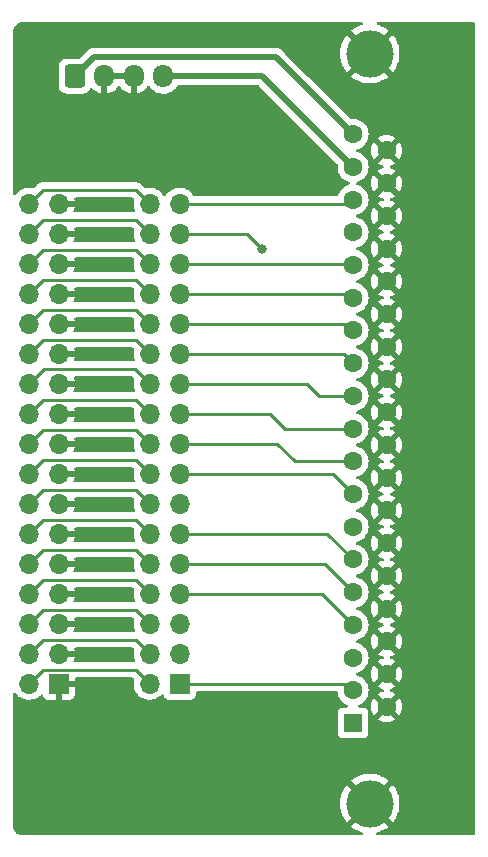
<source format=gbl>
G04 #@! TF.GenerationSoftware,KiCad,Pcbnew,6.0.11+dfsg-1*
G04 #@! TF.CreationDate,2024-03-29T12:06:11-05:00*
G04 #@! TF.ProjectId,xerox-floppy-34,7865726f-782d-4666-9c6f-7070792d3334,rev?*
G04 #@! TF.SameCoordinates,Original*
G04 #@! TF.FileFunction,Copper,L2,Bot*
G04 #@! TF.FilePolarity,Positive*
%FSLAX46Y46*%
G04 Gerber Fmt 4.6, Leading zero omitted, Abs format (unit mm)*
G04 Created by KiCad (PCBNEW 6.0.11+dfsg-1) date 2024-03-29 12:06:11*
%MOMM*%
%LPD*%
G01*
G04 APERTURE LIST*
G04 Aperture macros list*
%AMRoundRect*
0 Rectangle with rounded corners*
0 $1 Rounding radius*
0 $2 $3 $4 $5 $6 $7 $8 $9 X,Y pos of 4 corners*
0 Add a 4 corners polygon primitive as box body*
4,1,4,$2,$3,$4,$5,$6,$7,$8,$9,$2,$3,0*
0 Add four circle primitives for the rounded corners*
1,1,$1+$1,$2,$3*
1,1,$1+$1,$4,$5*
1,1,$1+$1,$6,$7*
1,1,$1+$1,$8,$9*
0 Add four rect primitives between the rounded corners*
20,1,$1+$1,$2,$3,$4,$5,0*
20,1,$1+$1,$4,$5,$6,$7,0*
20,1,$1+$1,$6,$7,$8,$9,0*
20,1,$1+$1,$8,$9,$2,$3,0*%
G04 Aperture macros list end*
G04 #@! TA.AperFunction,ComponentPad*
%ADD10C,1.600000*%
G04 #@! TD*
G04 #@! TA.AperFunction,ComponentPad*
%ADD11R,1.600000X1.600000*%
G04 #@! TD*
G04 #@! TA.AperFunction,ComponentPad*
%ADD12C,4.000000*%
G04 #@! TD*
G04 #@! TA.AperFunction,ComponentPad*
%ADD13RoundRect,0.250000X-0.600000X-0.725000X0.600000X-0.725000X0.600000X0.725000X-0.600000X0.725000X0*%
G04 #@! TD*
G04 #@! TA.AperFunction,ComponentPad*
%ADD14O,1.700000X1.950000*%
G04 #@! TD*
G04 #@! TA.AperFunction,ComponentPad*
%ADD15R,1.700000X1.700000*%
G04 #@! TD*
G04 #@! TA.AperFunction,ComponentPad*
%ADD16O,1.700000X1.700000*%
G04 #@! TD*
G04 #@! TA.AperFunction,ViaPad*
%ADD17C,0.800000*%
G04 #@! TD*
G04 #@! TA.AperFunction,Conductor*
%ADD18C,0.500000*%
G04 #@! TD*
G04 #@! TA.AperFunction,Conductor*
%ADD19C,0.250000*%
G04 #@! TD*
G04 APERTURE END LIST*
D10*
X131189669Y-82495000D03*
X131189669Y-85265000D03*
X131189669Y-88035000D03*
X131189669Y-90805000D03*
X131189669Y-93575000D03*
X131189669Y-96345000D03*
X131189669Y-99115000D03*
X131189669Y-101885000D03*
X131189669Y-104655000D03*
X131189669Y-107425000D03*
X131189669Y-110195000D03*
X131189669Y-112965000D03*
X131189669Y-115735000D03*
X131189669Y-118505000D03*
X131189669Y-121275000D03*
X131189669Y-124045000D03*
X131189669Y-126815000D03*
X131189669Y-129585000D03*
X128349669Y-81110000D03*
X128349669Y-83880000D03*
X128349669Y-86650000D03*
X128349669Y-89420000D03*
X128349669Y-92190000D03*
X128349669Y-94960000D03*
X128349669Y-97730000D03*
X128349669Y-100500000D03*
X128349669Y-103270000D03*
X128349669Y-106040000D03*
X128349669Y-108810000D03*
X128349669Y-111580000D03*
X128349669Y-114350000D03*
X128349669Y-117120000D03*
X128349669Y-119890000D03*
X128349669Y-122660000D03*
X128349669Y-125430000D03*
X128349669Y-128200000D03*
D11*
X128349669Y-130970000D03*
D12*
X129769669Y-137790000D03*
X129769669Y-74290000D03*
D13*
X104775000Y-76200000D03*
D14*
X107275000Y-76200000D03*
X109775000Y-76200000D03*
X112275000Y-76200000D03*
D15*
X113665000Y-127635000D03*
D16*
X111125000Y-127635000D03*
X113665000Y-125095000D03*
X111125000Y-125095000D03*
X113665000Y-122555000D03*
X111125000Y-122555000D03*
X113665000Y-120015000D03*
X111125000Y-120015000D03*
X113665000Y-117475000D03*
X111125000Y-117475000D03*
X113665000Y-114935000D03*
X111125000Y-114935000D03*
X113665000Y-112395000D03*
X111125000Y-112395000D03*
X113665000Y-109855000D03*
X111125000Y-109855000D03*
X113665000Y-107315000D03*
X111125000Y-107315000D03*
X113665000Y-104775000D03*
X111125000Y-104775000D03*
X113665000Y-102235000D03*
X111125000Y-102235000D03*
X113665000Y-99695000D03*
X111125000Y-99695000D03*
X113665000Y-97155000D03*
X111125000Y-97155000D03*
X113665000Y-94615000D03*
X111125000Y-94615000D03*
X113665000Y-92075000D03*
X111125000Y-92075000D03*
X113665000Y-89535000D03*
X111125000Y-89535000D03*
X113665000Y-86995000D03*
X111125000Y-86995000D03*
D15*
X103440000Y-127640000D03*
D16*
X100900000Y-127640000D03*
X103440000Y-125100000D03*
X100900000Y-125100000D03*
X103440000Y-122560000D03*
X100900000Y-122560000D03*
X103440000Y-120020000D03*
X100900000Y-120020000D03*
X103440000Y-117480000D03*
X100900000Y-117480000D03*
X103440000Y-114940000D03*
X100900000Y-114940000D03*
X103440000Y-112400000D03*
X100900000Y-112400000D03*
X103440000Y-109860000D03*
X100900000Y-109860000D03*
X103440000Y-107320000D03*
X100900000Y-107320000D03*
X103440000Y-104780000D03*
X100900000Y-104780000D03*
X103440000Y-102240000D03*
X100900000Y-102240000D03*
X103440000Y-99700000D03*
X100900000Y-99700000D03*
X103440000Y-97160000D03*
X100900000Y-97160000D03*
X103440000Y-94620000D03*
X100900000Y-94620000D03*
X103440000Y-92080000D03*
X100900000Y-92080000D03*
X103440000Y-89540000D03*
X100900000Y-89540000D03*
X103440000Y-87000000D03*
X100900000Y-87000000D03*
D17*
X107315000Y-84455000D03*
X107315000Y-127635000D03*
X107315000Y-125095000D03*
X107315000Y-122555000D03*
X107315000Y-120015000D03*
X107315000Y-117475000D03*
X107315000Y-114935000D03*
X107315000Y-112395000D03*
X107315000Y-109855000D03*
X107315000Y-107315000D03*
X107315000Y-104775000D03*
X107315000Y-102235000D03*
X107315000Y-99695000D03*
X107315000Y-97155000D03*
X107315000Y-94615000D03*
X107315000Y-92075000D03*
X107315000Y-89535000D03*
X107315000Y-86995000D03*
X120650000Y-90805000D03*
D18*
X104775000Y-76200000D02*
X106400000Y-74575000D01*
X106400000Y-74575000D02*
X121814669Y-74575000D01*
X121814669Y-74575000D02*
X128349669Y-81110000D01*
X112275000Y-76200000D02*
X120669669Y-76200000D01*
X120669669Y-76200000D02*
X128349669Y-83880000D01*
D19*
X119380000Y-89535000D02*
X120650000Y-90805000D01*
X113665000Y-89535000D02*
X119380000Y-89535000D01*
X102075000Y-88365000D02*
X109955000Y-88365000D01*
X109955000Y-88365000D02*
X111125000Y-89535000D01*
X100900000Y-89540000D02*
X102075000Y-88365000D01*
X109955000Y-90905000D02*
X111125000Y-92075000D01*
X102075000Y-90905000D02*
X109955000Y-90905000D01*
X100900000Y-92080000D02*
X102075000Y-90905000D01*
X109955000Y-93445000D02*
X111125000Y-94615000D01*
X102075000Y-93445000D02*
X109955000Y-93445000D01*
X100900000Y-94620000D02*
X102075000Y-93445000D01*
X109955000Y-95985000D02*
X111125000Y-97155000D01*
X102075000Y-95985000D02*
X109955000Y-95985000D01*
X100900000Y-97160000D02*
X102075000Y-95985000D01*
X113665000Y-127635000D02*
X127784669Y-127635000D01*
X127784669Y-127635000D02*
X128349669Y-128200000D01*
X113665000Y-109855000D02*
X126624669Y-109855000D01*
X126624669Y-109855000D02*
X128349669Y-111580000D01*
X113665000Y-86995000D02*
X128004669Y-86995000D01*
X128004669Y-86995000D02*
X128349669Y-86650000D01*
X113665000Y-120015000D02*
X125704669Y-120015000D01*
X125704669Y-120015000D02*
X128349669Y-122660000D01*
X113665000Y-117475000D02*
X125934669Y-117475000D01*
X125934669Y-117475000D02*
X128349669Y-119890000D01*
X113665000Y-114935000D02*
X126164669Y-114935000D01*
X126164669Y-114935000D02*
X128349669Y-117120000D01*
X113665000Y-107315000D02*
X121920000Y-107315000D01*
X121920000Y-107315000D02*
X123415000Y-108810000D01*
X123415000Y-108810000D02*
X128349669Y-108810000D01*
X113665000Y-104775000D02*
X121285000Y-104775000D01*
X121285000Y-104775000D02*
X122550000Y-106040000D01*
X122550000Y-106040000D02*
X128349669Y-106040000D01*
X113665000Y-102235000D02*
X124460000Y-102235000D01*
X124460000Y-102235000D02*
X125495000Y-103270000D01*
X125495000Y-103270000D02*
X128349669Y-103270000D01*
X113665000Y-99695000D02*
X127544669Y-99695000D01*
X127544669Y-99695000D02*
X128349669Y-100500000D01*
X113665000Y-97155000D02*
X127774669Y-97155000D01*
X127774669Y-97155000D02*
X128349669Y-97730000D01*
X113665000Y-94615000D02*
X128004669Y-94615000D01*
X128004669Y-94615000D02*
X128349669Y-94960000D01*
X113665000Y-92075000D02*
X128234669Y-92075000D01*
X128234669Y-92075000D02*
X128349669Y-92190000D01*
X100900000Y-87000000D02*
X102075000Y-85825000D01*
X102075000Y-85825000D02*
X109955000Y-85825000D01*
X109955000Y-85825000D02*
X111125000Y-86995000D01*
X100900000Y-99700000D02*
X102075000Y-98525000D01*
X102075000Y-98525000D02*
X109955000Y-98525000D01*
X109955000Y-98525000D02*
X111125000Y-99695000D01*
X100900000Y-102240000D02*
X102175000Y-100965000D01*
X102175000Y-100965000D02*
X109855000Y-100965000D01*
X109855000Y-100965000D02*
X111125000Y-102235000D01*
X100900000Y-104780000D02*
X102075000Y-103605000D01*
X102075000Y-103605000D02*
X109955000Y-103605000D01*
X109955000Y-103605000D02*
X111125000Y-104775000D01*
X100900000Y-107320000D02*
X102075000Y-106145000D01*
X102075000Y-106145000D02*
X109955000Y-106145000D01*
X109955000Y-106145000D02*
X111125000Y-107315000D01*
X100900000Y-109860000D02*
X102075000Y-108685000D01*
X102075000Y-108685000D02*
X109955000Y-108685000D01*
X109955000Y-108685000D02*
X111125000Y-109855000D01*
X100900000Y-112400000D02*
X102075000Y-111225000D01*
X102075000Y-111225000D02*
X109955000Y-111225000D01*
X109955000Y-111225000D02*
X111125000Y-112395000D01*
X100900000Y-114940000D02*
X102075000Y-113765000D01*
X102075000Y-113765000D02*
X109955000Y-113765000D01*
X109955000Y-113765000D02*
X111125000Y-114935000D01*
X100900000Y-117480000D02*
X102075000Y-116305000D01*
X102075000Y-116305000D02*
X109955000Y-116305000D01*
X109955000Y-116305000D02*
X111125000Y-117475000D01*
X100900000Y-120020000D02*
X102075000Y-118845000D01*
X102075000Y-118845000D02*
X109955000Y-118845000D01*
X109955000Y-118845000D02*
X111125000Y-120015000D01*
X100900000Y-122560000D02*
X102075000Y-121385000D01*
X102075000Y-121385000D02*
X109955000Y-121385000D01*
X109955000Y-121385000D02*
X111125000Y-122555000D01*
X100900000Y-125100000D02*
X102075000Y-123925000D01*
X109955000Y-123925000D02*
X111125000Y-125095000D01*
X102075000Y-123925000D02*
X109955000Y-123925000D01*
X100900000Y-127640000D02*
X102075000Y-126465000D01*
X109955000Y-126465000D02*
X111125000Y-127635000D01*
X102075000Y-126465000D02*
X109955000Y-126465000D01*
G04 #@! TA.AperFunction,Conductor*
G36*
X129121407Y-71648502D02*
G01*
X129167900Y-71702158D01*
X129178004Y-71772432D01*
X129148510Y-71837012D01*
X129084621Y-71876541D01*
X128996964Y-71899047D01*
X128989439Y-71901492D01*
X128703376Y-72014753D01*
X128696241Y-72018110D01*
X128426630Y-72166330D01*
X128419950Y-72170570D01*
X128196846Y-72332664D01*
X128188423Y-72343587D01*
X128195327Y-72356448D01*
X129756857Y-73917978D01*
X129770801Y-73925592D01*
X129772634Y-73925461D01*
X129779249Y-73921210D01*
X131344335Y-72356124D01*
X131350948Y-72344013D01*
X131342121Y-72332395D01*
X131119388Y-72170570D01*
X131112708Y-72166330D01*
X130843097Y-72018110D01*
X130835962Y-72014753D01*
X130549899Y-71901492D01*
X130542374Y-71899047D01*
X130454717Y-71876541D01*
X130393711Y-71840227D01*
X130362022Y-71776695D01*
X130369712Y-71706116D01*
X130414339Y-71650898D01*
X130486052Y-71628500D01*
X138557500Y-71628500D01*
X138625621Y-71648502D01*
X138672114Y-71702158D01*
X138683500Y-71754500D01*
X138683500Y-140335500D01*
X138663498Y-140403621D01*
X138609842Y-140450114D01*
X138557500Y-140461500D01*
X130447105Y-140461500D01*
X130378984Y-140441498D01*
X130332491Y-140387842D01*
X130322387Y-140317568D01*
X130351881Y-140252988D01*
X130415770Y-140213459D01*
X130542374Y-140180953D01*
X130549899Y-140178508D01*
X130835962Y-140065247D01*
X130843097Y-140061890D01*
X131112708Y-139913670D01*
X131119388Y-139909430D01*
X131342492Y-139747336D01*
X131350915Y-139736413D01*
X131344011Y-139723552D01*
X129782481Y-138162022D01*
X129768537Y-138154408D01*
X129766704Y-138154539D01*
X129760089Y-138158790D01*
X128195003Y-139723876D01*
X128188390Y-139735987D01*
X128197217Y-139747605D01*
X128419950Y-139909430D01*
X128426630Y-139913670D01*
X128696241Y-140061890D01*
X128703376Y-140065247D01*
X128989439Y-140178508D01*
X128996964Y-140180953D01*
X129123568Y-140213459D01*
X129184574Y-140249773D01*
X129216263Y-140313306D01*
X129208573Y-140383884D01*
X129163946Y-140439102D01*
X129092233Y-140461500D01*
X100379367Y-140461500D01*
X100359982Y-140460000D01*
X100345148Y-140457690D01*
X100345145Y-140457690D01*
X100336276Y-140456309D01*
X100326341Y-140457608D01*
X100325254Y-140457750D01*
X100296569Y-140458207D01*
X100223259Y-140450987D01*
X100193788Y-140448084D01*
X100169568Y-140443267D01*
X100050454Y-140407134D01*
X100027645Y-140397685D01*
X99917876Y-140339013D01*
X99897345Y-140325295D01*
X99801124Y-140246329D01*
X99783671Y-140228876D01*
X99704705Y-140132655D01*
X99690987Y-140112124D01*
X99632315Y-140002355D01*
X99622866Y-139979546D01*
X99586733Y-139860432D01*
X99581916Y-139836212D01*
X99572711Y-139742755D01*
X99572607Y-139719151D01*
X99572768Y-139717354D01*
X99573576Y-139712552D01*
X99573729Y-139700000D01*
X99569773Y-139672376D01*
X99568500Y-139654514D01*
X99568500Y-137793958D01*
X127256959Y-137793958D01*
X127276276Y-138100994D01*
X127277269Y-138108855D01*
X127334915Y-138411046D01*
X127336886Y-138418723D01*
X127431953Y-138711309D01*
X127434868Y-138718672D01*
X127565858Y-138997041D01*
X127569670Y-139003974D01*
X127734520Y-139263736D01*
X127739164Y-139270129D01*
X127814166Y-139360790D01*
X127826683Y-139369245D01*
X127837421Y-139363038D01*
X129397647Y-137802812D01*
X129404025Y-137791132D01*
X130134077Y-137791132D01*
X130134208Y-137792965D01*
X130138459Y-137799580D01*
X131700814Y-139361935D01*
X131714076Y-139369177D01*
X131724181Y-139361988D01*
X131800174Y-139270129D01*
X131804818Y-139263736D01*
X131969668Y-139003974D01*
X131973480Y-138997041D01*
X132104470Y-138718672D01*
X132107385Y-138711309D01*
X132202452Y-138418723D01*
X132204423Y-138411046D01*
X132262069Y-138108855D01*
X132263062Y-138100994D01*
X132282379Y-137793958D01*
X132282379Y-137786042D01*
X132263062Y-137479006D01*
X132262069Y-137471145D01*
X132204423Y-137168954D01*
X132202452Y-137161277D01*
X132107385Y-136868691D01*
X132104470Y-136861328D01*
X131973480Y-136582959D01*
X131969668Y-136576026D01*
X131804818Y-136316264D01*
X131800174Y-136309871D01*
X131725172Y-136219210D01*
X131712655Y-136210755D01*
X131701917Y-136216962D01*
X130141691Y-137777188D01*
X130134077Y-137791132D01*
X129404025Y-137791132D01*
X129405261Y-137788868D01*
X129405130Y-137787035D01*
X129400879Y-137780420D01*
X127838524Y-136218065D01*
X127825262Y-136210823D01*
X127815157Y-136218012D01*
X127739164Y-136309871D01*
X127734520Y-136316264D01*
X127569670Y-136576026D01*
X127565858Y-136582959D01*
X127434868Y-136861328D01*
X127431953Y-136868691D01*
X127336886Y-137161277D01*
X127334915Y-137168954D01*
X127277269Y-137471145D01*
X127276276Y-137479006D01*
X127256959Y-137786042D01*
X127256959Y-137793958D01*
X99568500Y-137793958D01*
X99568500Y-135843587D01*
X128188423Y-135843587D01*
X128195327Y-135856448D01*
X129756857Y-137417978D01*
X129770801Y-137425592D01*
X129772634Y-137425461D01*
X129779249Y-137421210D01*
X131344335Y-135856124D01*
X131350948Y-135844013D01*
X131342121Y-135832395D01*
X131119388Y-135670570D01*
X131112708Y-135666330D01*
X130843097Y-135518110D01*
X130835962Y-135514753D01*
X130549899Y-135401492D01*
X130542373Y-135399047D01*
X130244390Y-135322538D01*
X130236619Y-135321055D01*
X129931391Y-135282497D01*
X129923500Y-135282000D01*
X129615838Y-135282000D01*
X129607947Y-135282497D01*
X129302719Y-135321055D01*
X129294948Y-135322538D01*
X128996965Y-135399047D01*
X128989439Y-135401492D01*
X128703376Y-135514753D01*
X128696241Y-135518110D01*
X128426630Y-135666330D01*
X128419950Y-135670570D01*
X128196846Y-135832664D01*
X128188423Y-135843587D01*
X99568500Y-135843587D01*
X99568500Y-128513582D01*
X99588502Y-128445461D01*
X99642158Y-128398968D01*
X99712432Y-128388864D01*
X99777012Y-128418358D01*
X99796175Y-128439163D01*
X99797288Y-128440684D01*
X99799987Y-128445088D01*
X99803369Y-128448992D01*
X99803371Y-128448995D01*
X99856833Y-128510713D01*
X99946250Y-128613938D01*
X100021213Y-128676173D01*
X100108123Y-128748327D01*
X100118126Y-128756632D01*
X100311000Y-128869338D01*
X100519692Y-128949030D01*
X100524760Y-128950061D01*
X100524763Y-128950062D01*
X100617970Y-128969025D01*
X100738597Y-128993567D01*
X100743772Y-128993757D01*
X100743774Y-128993757D01*
X100956673Y-129001564D01*
X100956677Y-129001564D01*
X100961837Y-129001753D01*
X100966957Y-129001097D01*
X100966959Y-129001097D01*
X101178288Y-128974025D01*
X101178289Y-128974025D01*
X101183416Y-128973368D01*
X101200082Y-128968368D01*
X101392429Y-128910661D01*
X101392434Y-128910659D01*
X101397384Y-128909174D01*
X101597994Y-128810896D01*
X101779860Y-128681173D01*
X101806903Y-128654225D01*
X101888479Y-128572933D01*
X101950851Y-128539017D01*
X102021658Y-128544205D01*
X102078419Y-128586851D01*
X102095401Y-128617954D01*
X102136676Y-128728054D01*
X102145214Y-128743649D01*
X102221715Y-128845724D01*
X102234276Y-128858285D01*
X102336351Y-128934786D01*
X102351946Y-128943324D01*
X102472394Y-128988478D01*
X102487649Y-128992105D01*
X102538514Y-128997631D01*
X102545328Y-128998000D01*
X103167885Y-128998000D01*
X103183124Y-128993525D01*
X103184329Y-128992135D01*
X103186000Y-128984452D01*
X103186000Y-128979884D01*
X103694000Y-128979884D01*
X103698475Y-128995123D01*
X103699865Y-128996328D01*
X103707548Y-128997999D01*
X104334669Y-128997999D01*
X104341490Y-128997629D01*
X104392352Y-128992105D01*
X104407604Y-128988479D01*
X104528054Y-128943324D01*
X104543649Y-128934786D01*
X104645724Y-128858285D01*
X104658285Y-128845724D01*
X104734786Y-128743649D01*
X104743324Y-128728054D01*
X104788478Y-128607606D01*
X104792105Y-128592351D01*
X104797631Y-128541486D01*
X104798000Y-128534672D01*
X104798000Y-127912115D01*
X104793525Y-127896876D01*
X104792135Y-127895671D01*
X104784452Y-127894000D01*
X103712115Y-127894000D01*
X103696876Y-127898475D01*
X103695671Y-127899865D01*
X103694000Y-127907548D01*
X103694000Y-128979884D01*
X103186000Y-128979884D01*
X103186000Y-127224500D01*
X103206002Y-127156379D01*
X103259658Y-127109886D01*
X103312000Y-127098500D01*
X103568000Y-127098500D01*
X103636121Y-127118502D01*
X103682614Y-127172158D01*
X103694000Y-127224500D01*
X103694000Y-127367885D01*
X103698475Y-127383124D01*
X103699865Y-127384329D01*
X103707548Y-127386000D01*
X104779884Y-127386000D01*
X104795123Y-127381525D01*
X104796328Y-127380135D01*
X104797999Y-127372452D01*
X104797999Y-127224500D01*
X104818001Y-127156379D01*
X104871657Y-127109886D01*
X104923999Y-127098500D01*
X109640406Y-127098500D01*
X109708527Y-127118502D01*
X109729501Y-127135405D01*
X109774778Y-127180682D01*
X109808804Y-127242994D01*
X109807100Y-127303448D01*
X109785989Y-127379570D01*
X109762251Y-127601695D01*
X109762548Y-127606848D01*
X109762548Y-127606851D01*
X109768299Y-127706590D01*
X109775110Y-127824715D01*
X109776247Y-127829761D01*
X109776248Y-127829767D01*
X109798402Y-127928069D01*
X109824222Y-128042639D01*
X109908266Y-128249616D01*
X109929799Y-128284755D01*
X110014275Y-128422607D01*
X110024987Y-128440088D01*
X110028367Y-128443990D01*
X110034499Y-128451069D01*
X110171250Y-128608938D01*
X110343126Y-128751632D01*
X110536000Y-128864338D01*
X110540825Y-128866180D01*
X110540826Y-128866181D01*
X110553920Y-128871181D01*
X110744692Y-128944030D01*
X110749760Y-128945061D01*
X110749763Y-128945062D01*
X110857017Y-128966883D01*
X110963597Y-128988567D01*
X110968772Y-128988757D01*
X110968774Y-128988757D01*
X111181673Y-128996564D01*
X111181677Y-128996564D01*
X111186837Y-128996753D01*
X111191957Y-128996097D01*
X111191959Y-128996097D01*
X111403288Y-128969025D01*
X111403289Y-128969025D01*
X111408416Y-128968368D01*
X111469433Y-128950062D01*
X111617429Y-128905661D01*
X111617434Y-128905659D01*
X111622384Y-128904174D01*
X111822994Y-128805896D01*
X112004860Y-128676173D01*
X112113091Y-128568319D01*
X112175462Y-128534404D01*
X112246268Y-128539592D01*
X112303030Y-128582238D01*
X112320012Y-128613341D01*
X112331481Y-128643933D01*
X112364385Y-128731705D01*
X112451739Y-128848261D01*
X112568295Y-128935615D01*
X112704684Y-128986745D01*
X112766866Y-128993500D01*
X114563134Y-128993500D01*
X114625316Y-128986745D01*
X114761705Y-128935615D01*
X114878261Y-128848261D01*
X114965615Y-128731705D01*
X115016745Y-128595316D01*
X115023500Y-128533134D01*
X115023500Y-128394500D01*
X115043502Y-128326379D01*
X115097158Y-128279886D01*
X115149500Y-128268500D01*
X126926706Y-128268500D01*
X126994827Y-128288502D01*
X127041320Y-128342158D01*
X127052227Y-128383518D01*
X127053164Y-128394230D01*
X127055646Y-128422606D01*
X127055647Y-128422611D01*
X127056126Y-128428087D01*
X127057550Y-128433400D01*
X127057550Y-128433402D01*
X127094938Y-128572933D01*
X127115385Y-128649243D01*
X127117708Y-128654224D01*
X127117708Y-128654225D01*
X127209820Y-128851762D01*
X127209823Y-128851767D01*
X127212146Y-128856749D01*
X127265880Y-128933489D01*
X127311051Y-128997999D01*
X127343471Y-129044300D01*
X127505369Y-129206198D01*
X127509877Y-129209355D01*
X127509880Y-129209357D01*
X127588058Y-129264098D01*
X127692920Y-129337523D01*
X127697902Y-129339846D01*
X127697907Y-129339849D01*
X127872592Y-129421305D01*
X127925877Y-129468222D01*
X127945338Y-129536499D01*
X127924796Y-129604459D01*
X127870774Y-129650525D01*
X127819342Y-129661500D01*
X127501535Y-129661500D01*
X127439353Y-129668255D01*
X127302964Y-129719385D01*
X127186408Y-129806739D01*
X127099054Y-129923295D01*
X127047924Y-130059684D01*
X127041169Y-130121866D01*
X127041169Y-131818134D01*
X127047924Y-131880316D01*
X127099054Y-132016705D01*
X127186408Y-132133261D01*
X127302964Y-132220615D01*
X127439353Y-132271745D01*
X127501535Y-132278500D01*
X129197803Y-132278500D01*
X129259985Y-132271745D01*
X129396374Y-132220615D01*
X129512930Y-132133261D01*
X129600284Y-132016705D01*
X129651414Y-131880316D01*
X129658169Y-131818134D01*
X129658169Y-130671062D01*
X130468162Y-130671062D01*
X130477458Y-130683077D01*
X130528663Y-130718931D01*
X130538158Y-130724414D01*
X130735616Y-130816490D01*
X130745908Y-130820236D01*
X130956357Y-130876625D01*
X130967150Y-130878528D01*
X131184194Y-130897517D01*
X131195144Y-130897517D01*
X131412188Y-130878528D01*
X131422981Y-130876625D01*
X131633430Y-130820236D01*
X131643722Y-130816490D01*
X131841180Y-130724414D01*
X131850675Y-130718931D01*
X131902717Y-130682491D01*
X131911093Y-130672012D01*
X131904025Y-130658566D01*
X131202481Y-129957022D01*
X131188537Y-129949408D01*
X131186704Y-129949539D01*
X131180089Y-129953790D01*
X130474592Y-130659287D01*
X130468162Y-130671062D01*
X129658169Y-130671062D01*
X129658169Y-130121866D01*
X129651414Y-130059684D01*
X129600284Y-129923295D01*
X129512930Y-129806739D01*
X129396374Y-129719385D01*
X129259985Y-129668255D01*
X129197803Y-129661500D01*
X128879996Y-129661500D01*
X128811875Y-129641498D01*
X128767663Y-129590475D01*
X129877152Y-129590475D01*
X129896141Y-129807519D01*
X129898044Y-129818312D01*
X129954433Y-130028761D01*
X129958179Y-130039053D01*
X130050255Y-130236511D01*
X130055738Y-130246006D01*
X130092178Y-130298048D01*
X130102657Y-130306424D01*
X130116103Y-130299356D01*
X130817647Y-129597812D01*
X130824025Y-129586132D01*
X131554077Y-129586132D01*
X131554208Y-129587965D01*
X131558459Y-129594580D01*
X132263956Y-130300077D01*
X132275731Y-130306507D01*
X132287746Y-130297211D01*
X132323600Y-130246006D01*
X132329083Y-130236511D01*
X132421159Y-130039053D01*
X132424905Y-130028761D01*
X132481294Y-129818312D01*
X132483197Y-129807519D01*
X132502186Y-129590475D01*
X132502186Y-129579525D01*
X132483197Y-129362481D01*
X132481294Y-129351688D01*
X132424905Y-129141239D01*
X132421159Y-129130947D01*
X132329083Y-128933489D01*
X132323600Y-128923994D01*
X132287160Y-128871952D01*
X132276681Y-128863576D01*
X132263235Y-128870644D01*
X131561691Y-129572188D01*
X131554077Y-129586132D01*
X130824025Y-129586132D01*
X130825261Y-129583868D01*
X130825130Y-129582035D01*
X130820879Y-129575420D01*
X130115382Y-128869923D01*
X130103607Y-128863493D01*
X130091592Y-128872789D01*
X130055738Y-128923994D01*
X130050255Y-128933489D01*
X129958179Y-129130947D01*
X129954433Y-129141239D01*
X129898044Y-129351688D01*
X129896141Y-129362481D01*
X129877152Y-129579525D01*
X129877152Y-129590475D01*
X128767663Y-129590475D01*
X128765382Y-129587842D01*
X128755278Y-129517568D01*
X128784772Y-129452988D01*
X128826746Y-129421305D01*
X129001431Y-129339849D01*
X129001436Y-129339846D01*
X129006418Y-129337523D01*
X129111280Y-129264098D01*
X129189458Y-129209357D01*
X129189461Y-129209355D01*
X129193969Y-129206198D01*
X129355867Y-129044300D01*
X129388288Y-128997999D01*
X129433458Y-128933489D01*
X129487192Y-128856749D01*
X129489515Y-128851767D01*
X129489518Y-128851762D01*
X129581630Y-128654225D01*
X129581630Y-128654224D01*
X129583953Y-128649243D01*
X129604401Y-128572933D01*
X129641788Y-128433402D01*
X129641788Y-128433400D01*
X129643212Y-128428087D01*
X129663167Y-128200000D01*
X129643212Y-127971913D01*
X129624482Y-127902012D01*
X129624227Y-127901062D01*
X130468162Y-127901062D01*
X130477458Y-127913077D01*
X130528663Y-127948931D01*
X130538158Y-127954414D01*
X130735616Y-128046490D01*
X130745908Y-128050236D01*
X130850619Y-128078293D01*
X130911242Y-128115245D01*
X130942263Y-128179105D01*
X130933835Y-128249600D01*
X130888632Y-128304347D01*
X130850619Y-128321707D01*
X130745908Y-128349764D01*
X130735616Y-128353510D01*
X130538158Y-128445586D01*
X130528663Y-128451069D01*
X130476621Y-128487509D01*
X130468245Y-128497988D01*
X130475313Y-128511434D01*
X131176857Y-129212978D01*
X131190801Y-129220592D01*
X131192634Y-129220461D01*
X131199249Y-129216210D01*
X131904746Y-128510713D01*
X131911176Y-128498938D01*
X131901880Y-128486923D01*
X131850675Y-128451069D01*
X131841180Y-128445586D01*
X131643722Y-128353510D01*
X131633430Y-128349764D01*
X131528719Y-128321707D01*
X131468096Y-128284755D01*
X131437075Y-128220895D01*
X131445503Y-128150400D01*
X131490706Y-128095653D01*
X131528719Y-128078293D01*
X131633430Y-128050236D01*
X131643722Y-128046490D01*
X131841180Y-127954414D01*
X131850675Y-127948931D01*
X131902717Y-127912491D01*
X131911093Y-127902012D01*
X131904025Y-127888566D01*
X131202481Y-127187022D01*
X131188537Y-127179408D01*
X131186704Y-127179539D01*
X131180089Y-127183790D01*
X130474592Y-127889287D01*
X130468162Y-127901062D01*
X129624227Y-127901062D01*
X129585376Y-127756067D01*
X129585375Y-127756065D01*
X129583953Y-127750757D01*
X129514445Y-127601695D01*
X129489518Y-127548238D01*
X129489515Y-127548233D01*
X129487192Y-127543251D01*
X129399043Y-127417361D01*
X129359026Y-127360211D01*
X129359024Y-127360208D01*
X129355867Y-127355700D01*
X129193969Y-127193802D01*
X129189461Y-127190645D01*
X129189458Y-127190643D01*
X129057864Y-127098500D01*
X129006418Y-127062477D01*
X129001436Y-127060154D01*
X129001431Y-127060151D01*
X128803894Y-126968039D01*
X128803893Y-126968039D01*
X128798912Y-126965716D01*
X128793604Y-126964294D01*
X128793602Y-126964293D01*
X128690650Y-126936707D01*
X128630027Y-126899755D01*
X128599006Y-126835894D01*
X128600849Y-126820475D01*
X129877152Y-126820475D01*
X129896141Y-127037519D01*
X129898044Y-127048312D01*
X129954433Y-127258761D01*
X129958179Y-127269053D01*
X130050255Y-127466511D01*
X130055738Y-127476006D01*
X130092178Y-127528048D01*
X130102657Y-127536424D01*
X130116103Y-127529356D01*
X130817647Y-126827812D01*
X130824025Y-126816132D01*
X131554077Y-126816132D01*
X131554208Y-126817965D01*
X131558459Y-126824580D01*
X132263956Y-127530077D01*
X132275731Y-127536507D01*
X132287746Y-127527211D01*
X132323600Y-127476006D01*
X132329083Y-127466511D01*
X132421159Y-127269053D01*
X132424905Y-127258761D01*
X132481294Y-127048312D01*
X132483197Y-127037519D01*
X132502186Y-126820475D01*
X132502186Y-126809525D01*
X132483197Y-126592481D01*
X132481294Y-126581688D01*
X132424905Y-126371239D01*
X132421159Y-126360947D01*
X132329083Y-126163489D01*
X132323600Y-126153994D01*
X132287160Y-126101952D01*
X132276681Y-126093576D01*
X132263235Y-126100644D01*
X131561691Y-126802188D01*
X131554077Y-126816132D01*
X130824025Y-126816132D01*
X130825261Y-126813868D01*
X130825130Y-126812035D01*
X130820879Y-126805420D01*
X130115382Y-126099923D01*
X130103607Y-126093493D01*
X130091592Y-126102789D01*
X130055738Y-126153994D01*
X130050255Y-126163489D01*
X129958179Y-126360947D01*
X129954433Y-126371239D01*
X129898044Y-126581688D01*
X129896141Y-126592481D01*
X129877152Y-126809525D01*
X129877152Y-126820475D01*
X128600849Y-126820475D01*
X128607434Y-126765400D01*
X128652637Y-126710653D01*
X128690650Y-126693293D01*
X128793602Y-126665707D01*
X128793604Y-126665706D01*
X128798912Y-126664284D01*
X128846969Y-126641875D01*
X129001431Y-126569849D01*
X129001436Y-126569846D01*
X129006418Y-126567523D01*
X129135988Y-126476797D01*
X129189458Y-126439357D01*
X129189461Y-126439355D01*
X129193969Y-126436198D01*
X129355867Y-126274300D01*
X129487192Y-126086749D01*
X129489515Y-126081767D01*
X129489518Y-126081762D01*
X129581630Y-125884225D01*
X129581630Y-125884224D01*
X129583953Y-125879243D01*
X129602106Y-125811498D01*
X129641788Y-125663402D01*
X129641788Y-125663400D01*
X129643212Y-125658087D01*
X129663167Y-125430000D01*
X129643212Y-125201913D01*
X129633747Y-125166590D01*
X129624227Y-125131062D01*
X130468162Y-125131062D01*
X130477458Y-125143077D01*
X130528663Y-125178931D01*
X130538158Y-125184414D01*
X130735616Y-125276490D01*
X130745908Y-125280236D01*
X130850619Y-125308293D01*
X130911242Y-125345245D01*
X130942263Y-125409105D01*
X130933835Y-125479600D01*
X130888632Y-125534347D01*
X130850619Y-125551707D01*
X130745908Y-125579764D01*
X130735616Y-125583510D01*
X130538158Y-125675586D01*
X130528663Y-125681069D01*
X130476621Y-125717509D01*
X130468245Y-125727988D01*
X130475313Y-125741434D01*
X131176857Y-126442978D01*
X131190801Y-126450592D01*
X131192634Y-126450461D01*
X131199249Y-126446210D01*
X131904746Y-125740713D01*
X131911176Y-125728938D01*
X131901880Y-125716923D01*
X131850675Y-125681069D01*
X131841180Y-125675586D01*
X131643722Y-125583510D01*
X131633430Y-125579764D01*
X131528719Y-125551707D01*
X131468096Y-125514755D01*
X131437075Y-125450895D01*
X131445503Y-125380400D01*
X131490706Y-125325653D01*
X131528719Y-125308293D01*
X131633430Y-125280236D01*
X131643722Y-125276490D01*
X131841180Y-125184414D01*
X131850675Y-125178931D01*
X131902717Y-125142491D01*
X131911093Y-125132012D01*
X131904025Y-125118566D01*
X131202481Y-124417022D01*
X131188537Y-124409408D01*
X131186704Y-124409539D01*
X131180089Y-124413790D01*
X130474592Y-125119287D01*
X130468162Y-125131062D01*
X129624227Y-125131062D01*
X129585376Y-124986067D01*
X129585375Y-124986065D01*
X129583953Y-124980757D01*
X129535739Y-124877361D01*
X129489518Y-124778238D01*
X129489515Y-124778233D01*
X129487192Y-124773251D01*
X129404883Y-124655702D01*
X129359026Y-124590211D01*
X129359024Y-124590208D01*
X129355867Y-124585700D01*
X129193969Y-124423802D01*
X129189461Y-124420645D01*
X129189458Y-124420643D01*
X129022543Y-124303768D01*
X129006418Y-124292477D01*
X129001436Y-124290154D01*
X129001431Y-124290151D01*
X128803894Y-124198039D01*
X128803893Y-124198039D01*
X128798912Y-124195716D01*
X128793604Y-124194294D01*
X128793602Y-124194293D01*
X128690650Y-124166707D01*
X128630027Y-124129755D01*
X128599006Y-124065894D01*
X128600849Y-124050475D01*
X129877152Y-124050475D01*
X129896141Y-124267519D01*
X129898044Y-124278312D01*
X129954433Y-124488761D01*
X129958179Y-124499053D01*
X130050255Y-124696511D01*
X130055738Y-124706006D01*
X130092178Y-124758048D01*
X130102657Y-124766424D01*
X130116103Y-124759356D01*
X130817647Y-124057812D01*
X130824025Y-124046132D01*
X131554077Y-124046132D01*
X131554208Y-124047965D01*
X131558459Y-124054580D01*
X132263956Y-124760077D01*
X132275731Y-124766507D01*
X132287746Y-124757211D01*
X132323600Y-124706006D01*
X132329083Y-124696511D01*
X132421159Y-124499053D01*
X132424905Y-124488761D01*
X132481294Y-124278312D01*
X132483197Y-124267519D01*
X132502186Y-124050475D01*
X132502186Y-124039525D01*
X132483197Y-123822481D01*
X132481294Y-123811688D01*
X132424905Y-123601239D01*
X132421159Y-123590947D01*
X132329083Y-123393489D01*
X132323600Y-123383994D01*
X132287160Y-123331952D01*
X132276681Y-123323576D01*
X132263235Y-123330644D01*
X131561691Y-124032188D01*
X131554077Y-124046132D01*
X130824025Y-124046132D01*
X130825261Y-124043868D01*
X130825130Y-124042035D01*
X130820879Y-124035420D01*
X130115382Y-123329923D01*
X130103607Y-123323493D01*
X130091592Y-123332789D01*
X130055738Y-123383994D01*
X130050255Y-123393489D01*
X129958179Y-123590947D01*
X129954433Y-123601239D01*
X129898044Y-123811688D01*
X129896141Y-123822481D01*
X129877152Y-124039525D01*
X129877152Y-124050475D01*
X128600849Y-124050475D01*
X128607434Y-123995400D01*
X128652637Y-123940653D01*
X128690650Y-123923293D01*
X128793602Y-123895707D01*
X128793604Y-123895706D01*
X128798912Y-123894284D01*
X128815897Y-123886364D01*
X129001431Y-123799849D01*
X129001436Y-123799846D01*
X129006418Y-123797523D01*
X129125021Y-123714476D01*
X129189458Y-123669357D01*
X129189461Y-123669355D01*
X129193969Y-123666198D01*
X129355867Y-123504300D01*
X129401949Y-123438489D01*
X129453083Y-123365461D01*
X129487192Y-123316749D01*
X129489515Y-123311767D01*
X129489518Y-123311762D01*
X129581630Y-123114225D01*
X129581630Y-123114224D01*
X129583953Y-123109243D01*
X129596663Y-123061811D01*
X129641788Y-122893402D01*
X129641788Y-122893400D01*
X129643212Y-122888087D01*
X129663167Y-122660000D01*
X129643212Y-122431913D01*
X129627290Y-122372491D01*
X129624228Y-122361062D01*
X130468162Y-122361062D01*
X130477458Y-122373077D01*
X130528663Y-122408931D01*
X130538158Y-122414414D01*
X130735616Y-122506490D01*
X130745908Y-122510236D01*
X130850619Y-122538293D01*
X130911242Y-122575245D01*
X130942263Y-122639105D01*
X130933835Y-122709600D01*
X130888632Y-122764347D01*
X130850619Y-122781707D01*
X130745908Y-122809764D01*
X130735616Y-122813510D01*
X130538158Y-122905586D01*
X130528663Y-122911069D01*
X130476621Y-122947509D01*
X130468245Y-122957988D01*
X130475313Y-122971434D01*
X131176857Y-123672978D01*
X131190801Y-123680592D01*
X131192634Y-123680461D01*
X131199249Y-123676210D01*
X131904746Y-122970713D01*
X131911176Y-122958938D01*
X131901880Y-122946923D01*
X131850675Y-122911069D01*
X131841180Y-122905586D01*
X131643722Y-122813510D01*
X131633430Y-122809764D01*
X131528719Y-122781707D01*
X131468096Y-122744755D01*
X131437075Y-122680895D01*
X131445503Y-122610400D01*
X131490706Y-122555653D01*
X131528719Y-122538293D01*
X131633430Y-122510236D01*
X131643722Y-122506490D01*
X131841180Y-122414414D01*
X131850675Y-122408931D01*
X131902717Y-122372491D01*
X131911093Y-122362012D01*
X131904025Y-122348566D01*
X131202481Y-121647022D01*
X131188537Y-121639408D01*
X131186704Y-121639539D01*
X131180089Y-121643790D01*
X130474592Y-122349287D01*
X130468162Y-122361062D01*
X129624228Y-122361062D01*
X129585376Y-122216067D01*
X129585375Y-122216065D01*
X129583953Y-122210757D01*
X129553057Y-122144500D01*
X129489518Y-122008238D01*
X129489515Y-122008233D01*
X129487192Y-122003251D01*
X129383118Y-121854618D01*
X129359026Y-121820211D01*
X129359024Y-121820208D01*
X129355867Y-121815700D01*
X129193969Y-121653802D01*
X129189461Y-121650645D01*
X129189458Y-121650643D01*
X129062677Y-121561870D01*
X129006418Y-121522477D01*
X129001436Y-121520154D01*
X129001431Y-121520151D01*
X128803894Y-121428039D01*
X128803893Y-121428039D01*
X128798912Y-121425716D01*
X128793604Y-121424294D01*
X128793602Y-121424293D01*
X128690650Y-121396707D01*
X128630027Y-121359755D01*
X128599006Y-121295894D01*
X128600849Y-121280475D01*
X129877152Y-121280475D01*
X129896141Y-121497519D01*
X129898044Y-121508312D01*
X129954433Y-121718761D01*
X129958179Y-121729053D01*
X130050255Y-121926511D01*
X130055738Y-121936006D01*
X130092178Y-121988048D01*
X130102657Y-121996424D01*
X130116103Y-121989356D01*
X130817647Y-121287812D01*
X130824025Y-121276132D01*
X131554077Y-121276132D01*
X131554208Y-121277965D01*
X131558459Y-121284580D01*
X132263956Y-121990077D01*
X132275731Y-121996507D01*
X132287746Y-121987211D01*
X132323600Y-121936006D01*
X132329083Y-121926511D01*
X132421159Y-121729053D01*
X132424905Y-121718761D01*
X132481294Y-121508312D01*
X132483197Y-121497519D01*
X132502186Y-121280475D01*
X132502186Y-121269525D01*
X132483197Y-121052481D01*
X132481294Y-121041688D01*
X132424905Y-120831239D01*
X132421159Y-120820947D01*
X132329083Y-120623489D01*
X132323600Y-120613994D01*
X132287160Y-120561952D01*
X132276681Y-120553576D01*
X132263235Y-120560644D01*
X131561691Y-121262188D01*
X131554077Y-121276132D01*
X130824025Y-121276132D01*
X130825261Y-121273868D01*
X130825130Y-121272035D01*
X130820879Y-121265420D01*
X130115382Y-120559923D01*
X130103607Y-120553493D01*
X130091592Y-120562789D01*
X130055738Y-120613994D01*
X130050255Y-120623489D01*
X129958179Y-120820947D01*
X129954433Y-120831239D01*
X129898044Y-121041688D01*
X129896141Y-121052481D01*
X129877152Y-121269525D01*
X129877152Y-121280475D01*
X128600849Y-121280475D01*
X128607434Y-121225400D01*
X128652637Y-121170653D01*
X128690650Y-121153293D01*
X128793602Y-121125707D01*
X128793604Y-121125706D01*
X128798912Y-121124284D01*
X128803894Y-121121961D01*
X129001431Y-121029849D01*
X129001436Y-121029846D01*
X129006418Y-121027523D01*
X129111280Y-120954098D01*
X129189458Y-120899357D01*
X129189461Y-120899355D01*
X129193969Y-120896198D01*
X129355867Y-120734300D01*
X129386786Y-120690144D01*
X129444606Y-120607568D01*
X129487192Y-120546749D01*
X129489515Y-120541767D01*
X129489518Y-120541762D01*
X129581630Y-120344225D01*
X129581630Y-120344224D01*
X129583953Y-120339243D01*
X129596801Y-120291296D01*
X129641788Y-120123402D01*
X129641788Y-120123400D01*
X129643212Y-120118087D01*
X129663167Y-119890000D01*
X129643212Y-119661913D01*
X129632784Y-119622994D01*
X129624228Y-119591062D01*
X130468162Y-119591062D01*
X130477458Y-119603077D01*
X130528663Y-119638931D01*
X130538158Y-119644414D01*
X130735616Y-119736490D01*
X130745908Y-119740236D01*
X130850619Y-119768293D01*
X130911242Y-119805245D01*
X130942263Y-119869105D01*
X130933835Y-119939600D01*
X130888632Y-119994347D01*
X130850619Y-120011707D01*
X130745908Y-120039764D01*
X130735616Y-120043510D01*
X130538158Y-120135586D01*
X130528663Y-120141069D01*
X130476621Y-120177509D01*
X130468245Y-120187988D01*
X130475313Y-120201434D01*
X131176857Y-120902978D01*
X131190801Y-120910592D01*
X131192634Y-120910461D01*
X131199249Y-120906210D01*
X131904746Y-120200713D01*
X131911176Y-120188938D01*
X131901880Y-120176923D01*
X131850675Y-120141069D01*
X131841180Y-120135586D01*
X131643722Y-120043510D01*
X131633430Y-120039764D01*
X131528719Y-120011707D01*
X131468096Y-119974755D01*
X131437075Y-119910895D01*
X131445503Y-119840400D01*
X131490706Y-119785653D01*
X131528719Y-119768293D01*
X131633430Y-119740236D01*
X131643722Y-119736490D01*
X131841180Y-119644414D01*
X131850675Y-119638931D01*
X131902717Y-119602491D01*
X131911093Y-119592012D01*
X131904025Y-119578566D01*
X131202481Y-118877022D01*
X131188537Y-118869408D01*
X131186704Y-118869539D01*
X131180089Y-118873790D01*
X130474592Y-119579287D01*
X130468162Y-119591062D01*
X129624228Y-119591062D01*
X129585376Y-119446067D01*
X129585375Y-119446065D01*
X129583953Y-119440757D01*
X129576662Y-119425121D01*
X129489518Y-119238238D01*
X129489515Y-119238233D01*
X129487192Y-119233251D01*
X129355867Y-119045700D01*
X129193969Y-118883802D01*
X129189461Y-118880645D01*
X129189458Y-118880643D01*
X129083376Y-118806364D01*
X129006418Y-118752477D01*
X129001436Y-118750154D01*
X129001431Y-118750151D01*
X128803894Y-118658039D01*
X128803893Y-118658039D01*
X128798912Y-118655716D01*
X128793604Y-118654294D01*
X128793602Y-118654293D01*
X128690650Y-118626707D01*
X128630027Y-118589755D01*
X128599006Y-118525894D01*
X128600849Y-118510475D01*
X129877152Y-118510475D01*
X129896141Y-118727519D01*
X129898044Y-118738312D01*
X129954433Y-118948761D01*
X129958179Y-118959053D01*
X130050255Y-119156511D01*
X130055738Y-119166006D01*
X130092178Y-119218048D01*
X130102657Y-119226424D01*
X130116103Y-119219356D01*
X130817647Y-118517812D01*
X130824025Y-118506132D01*
X131554077Y-118506132D01*
X131554208Y-118507965D01*
X131558459Y-118514580D01*
X132263956Y-119220077D01*
X132275731Y-119226507D01*
X132287746Y-119217211D01*
X132323600Y-119166006D01*
X132329083Y-119156511D01*
X132421159Y-118959053D01*
X132424905Y-118948761D01*
X132481294Y-118738312D01*
X132483197Y-118727519D01*
X132502186Y-118510475D01*
X132502186Y-118499525D01*
X132483197Y-118282481D01*
X132481294Y-118271688D01*
X132424905Y-118061239D01*
X132421159Y-118050947D01*
X132329083Y-117853489D01*
X132323600Y-117843994D01*
X132287160Y-117791952D01*
X132276681Y-117783576D01*
X132263235Y-117790644D01*
X131561691Y-118492188D01*
X131554077Y-118506132D01*
X130824025Y-118506132D01*
X130825261Y-118503868D01*
X130825130Y-118502035D01*
X130820879Y-118495420D01*
X130115382Y-117789923D01*
X130103607Y-117783493D01*
X130091592Y-117792789D01*
X130055738Y-117843994D01*
X130050255Y-117853489D01*
X129958179Y-118050947D01*
X129954433Y-118061239D01*
X129898044Y-118271688D01*
X129896141Y-118282481D01*
X129877152Y-118499525D01*
X129877152Y-118510475D01*
X128600849Y-118510475D01*
X128607434Y-118455400D01*
X128652637Y-118400653D01*
X128690650Y-118383293D01*
X128793602Y-118355707D01*
X128793604Y-118355706D01*
X128798912Y-118354284D01*
X128803894Y-118351961D01*
X129001431Y-118259849D01*
X129001436Y-118259846D01*
X129006418Y-118257523D01*
X129119948Y-118178028D01*
X129189458Y-118129357D01*
X129189461Y-118129355D01*
X129193969Y-118126198D01*
X129355867Y-117964300D01*
X129487192Y-117776749D01*
X129489515Y-117771767D01*
X129489518Y-117771762D01*
X129581630Y-117574225D01*
X129581630Y-117574224D01*
X129583953Y-117569243D01*
X129596801Y-117521296D01*
X129641788Y-117353402D01*
X129641788Y-117353400D01*
X129643212Y-117348087D01*
X129663167Y-117120000D01*
X129643212Y-116891913D01*
X129640370Y-116881305D01*
X129624228Y-116821062D01*
X130468162Y-116821062D01*
X130477458Y-116833077D01*
X130528663Y-116868931D01*
X130538158Y-116874414D01*
X130735616Y-116966490D01*
X130745908Y-116970236D01*
X130850619Y-116998293D01*
X130911242Y-117035245D01*
X130942263Y-117099105D01*
X130933835Y-117169600D01*
X130888632Y-117224347D01*
X130850619Y-117241707D01*
X130745908Y-117269764D01*
X130735616Y-117273510D01*
X130538158Y-117365586D01*
X130528663Y-117371069D01*
X130476621Y-117407509D01*
X130468245Y-117417988D01*
X130475313Y-117431434D01*
X131176857Y-118132978D01*
X131190801Y-118140592D01*
X131192634Y-118140461D01*
X131199249Y-118136210D01*
X131904746Y-117430713D01*
X131911176Y-117418938D01*
X131901880Y-117406923D01*
X131850675Y-117371069D01*
X131841180Y-117365586D01*
X131643722Y-117273510D01*
X131633430Y-117269764D01*
X131528719Y-117241707D01*
X131468096Y-117204755D01*
X131437075Y-117140895D01*
X131445503Y-117070400D01*
X131490706Y-117015653D01*
X131528719Y-116998293D01*
X131633430Y-116970236D01*
X131643722Y-116966490D01*
X131841180Y-116874414D01*
X131850675Y-116868931D01*
X131902717Y-116832491D01*
X131911093Y-116822012D01*
X131904025Y-116808566D01*
X131202481Y-116107022D01*
X131188537Y-116099408D01*
X131186704Y-116099539D01*
X131180089Y-116103790D01*
X130474592Y-116809287D01*
X130468162Y-116821062D01*
X129624228Y-116821062D01*
X129585376Y-116676067D01*
X129585375Y-116676065D01*
X129583953Y-116670757D01*
X129556911Y-116612764D01*
X129489518Y-116468238D01*
X129489515Y-116468233D01*
X129487192Y-116463251D01*
X129389770Y-116324118D01*
X129359026Y-116280211D01*
X129359024Y-116280208D01*
X129355867Y-116275700D01*
X129193969Y-116113802D01*
X129189461Y-116110645D01*
X129189458Y-116110643D01*
X129100461Y-116048327D01*
X129006418Y-115982477D01*
X129001436Y-115980154D01*
X129001431Y-115980151D01*
X128803894Y-115888039D01*
X128803893Y-115888039D01*
X128798912Y-115885716D01*
X128793604Y-115884294D01*
X128793602Y-115884293D01*
X128690650Y-115856707D01*
X128630027Y-115819755D01*
X128599006Y-115755894D01*
X128600849Y-115740475D01*
X129877152Y-115740475D01*
X129896141Y-115957519D01*
X129898044Y-115968312D01*
X129954433Y-116178761D01*
X129958179Y-116189053D01*
X130050255Y-116386511D01*
X130055738Y-116396006D01*
X130092178Y-116448048D01*
X130102657Y-116456424D01*
X130116103Y-116449356D01*
X130817647Y-115747812D01*
X130824025Y-115736132D01*
X131554077Y-115736132D01*
X131554208Y-115737965D01*
X131558459Y-115744580D01*
X132263956Y-116450077D01*
X132275731Y-116456507D01*
X132287746Y-116447211D01*
X132323600Y-116396006D01*
X132329083Y-116386511D01*
X132421159Y-116189053D01*
X132424905Y-116178761D01*
X132481294Y-115968312D01*
X132483197Y-115957519D01*
X132502186Y-115740475D01*
X132502186Y-115729525D01*
X132483197Y-115512481D01*
X132481294Y-115501688D01*
X132424905Y-115291239D01*
X132421159Y-115280947D01*
X132329083Y-115083489D01*
X132323600Y-115073994D01*
X132287160Y-115021952D01*
X132276681Y-115013576D01*
X132263235Y-115020644D01*
X131561691Y-115722188D01*
X131554077Y-115736132D01*
X130824025Y-115736132D01*
X130825261Y-115733868D01*
X130825130Y-115732035D01*
X130820879Y-115725420D01*
X130115382Y-115019923D01*
X130103607Y-115013493D01*
X130091592Y-115022789D01*
X130055738Y-115073994D01*
X130050255Y-115083489D01*
X129958179Y-115280947D01*
X129954433Y-115291239D01*
X129898044Y-115501688D01*
X129896141Y-115512481D01*
X129877152Y-115729525D01*
X129877152Y-115740475D01*
X128600849Y-115740475D01*
X128607434Y-115685400D01*
X128652637Y-115630653D01*
X128690650Y-115613293D01*
X128793602Y-115585707D01*
X128793604Y-115585706D01*
X128798912Y-115584284D01*
X128832253Y-115568737D01*
X129001431Y-115489849D01*
X129001436Y-115489846D01*
X129006418Y-115487523D01*
X129111280Y-115414098D01*
X129189458Y-115359357D01*
X129189461Y-115359355D01*
X129193969Y-115356198D01*
X129355867Y-115194300D01*
X129487192Y-115006749D01*
X129489515Y-115001767D01*
X129489518Y-115001762D01*
X129581630Y-114804225D01*
X129581630Y-114804224D01*
X129583953Y-114799243D01*
X129596801Y-114751296D01*
X129641788Y-114583402D01*
X129641788Y-114583400D01*
X129643212Y-114578087D01*
X129663167Y-114350000D01*
X129643212Y-114121913D01*
X129641788Y-114116598D01*
X129624228Y-114051062D01*
X130468162Y-114051062D01*
X130477458Y-114063077D01*
X130528663Y-114098931D01*
X130538158Y-114104414D01*
X130735616Y-114196490D01*
X130745908Y-114200236D01*
X130850619Y-114228293D01*
X130911242Y-114265245D01*
X130942263Y-114329105D01*
X130933835Y-114399600D01*
X130888632Y-114454347D01*
X130850619Y-114471707D01*
X130745908Y-114499764D01*
X130735616Y-114503510D01*
X130538158Y-114595586D01*
X130528663Y-114601069D01*
X130476621Y-114637509D01*
X130468245Y-114647988D01*
X130475313Y-114661434D01*
X131176857Y-115362978D01*
X131190801Y-115370592D01*
X131192634Y-115370461D01*
X131199249Y-115366210D01*
X131904746Y-114660713D01*
X131911176Y-114648938D01*
X131901880Y-114636923D01*
X131850675Y-114601069D01*
X131841180Y-114595586D01*
X131643722Y-114503510D01*
X131633430Y-114499764D01*
X131528719Y-114471707D01*
X131468096Y-114434755D01*
X131437075Y-114370895D01*
X131445503Y-114300400D01*
X131490706Y-114245653D01*
X131528719Y-114228293D01*
X131633430Y-114200236D01*
X131643722Y-114196490D01*
X131841180Y-114104414D01*
X131850675Y-114098931D01*
X131902717Y-114062491D01*
X131911093Y-114052012D01*
X131904025Y-114038566D01*
X131202481Y-113337022D01*
X131188537Y-113329408D01*
X131186704Y-113329539D01*
X131180089Y-113333790D01*
X130474592Y-114039287D01*
X130468162Y-114051062D01*
X129624228Y-114051062D01*
X129585376Y-113906067D01*
X129585375Y-113906065D01*
X129583953Y-113900757D01*
X129581630Y-113895775D01*
X129489518Y-113698238D01*
X129489515Y-113698233D01*
X129487192Y-113693251D01*
X129398017Y-113565896D01*
X129359026Y-113510211D01*
X129359024Y-113510208D01*
X129355867Y-113505700D01*
X129193969Y-113343802D01*
X129189461Y-113340645D01*
X129189458Y-113340643D01*
X129111280Y-113285902D01*
X129006418Y-113212477D01*
X129001436Y-113210154D01*
X129001431Y-113210151D01*
X128803894Y-113118039D01*
X128803893Y-113118039D01*
X128798912Y-113115716D01*
X128793604Y-113114294D01*
X128793602Y-113114293D01*
X128690650Y-113086707D01*
X128630027Y-113049755D01*
X128599006Y-112985894D01*
X128600849Y-112970475D01*
X129877152Y-112970475D01*
X129896141Y-113187519D01*
X129898044Y-113198312D01*
X129954433Y-113408761D01*
X129958179Y-113419053D01*
X130050255Y-113616511D01*
X130055738Y-113626006D01*
X130092178Y-113678048D01*
X130102657Y-113686424D01*
X130116103Y-113679356D01*
X130817647Y-112977812D01*
X130824025Y-112966132D01*
X131554077Y-112966132D01*
X131554208Y-112967965D01*
X131558459Y-112974580D01*
X132263956Y-113680077D01*
X132275731Y-113686507D01*
X132287746Y-113677211D01*
X132323600Y-113626006D01*
X132329083Y-113616511D01*
X132421159Y-113419053D01*
X132424905Y-113408761D01*
X132481294Y-113198312D01*
X132483197Y-113187519D01*
X132502186Y-112970475D01*
X132502186Y-112959525D01*
X132483197Y-112742481D01*
X132481294Y-112731688D01*
X132424905Y-112521239D01*
X132421159Y-112510947D01*
X132329083Y-112313489D01*
X132323600Y-112303994D01*
X132287160Y-112251952D01*
X132276681Y-112243576D01*
X132263235Y-112250644D01*
X131561691Y-112952188D01*
X131554077Y-112966132D01*
X130824025Y-112966132D01*
X130825261Y-112963868D01*
X130825130Y-112962035D01*
X130820879Y-112955420D01*
X130115382Y-112249923D01*
X130103607Y-112243493D01*
X130091592Y-112252789D01*
X130055738Y-112303994D01*
X130050255Y-112313489D01*
X129958179Y-112510947D01*
X129954433Y-112521239D01*
X129898044Y-112731688D01*
X129896141Y-112742481D01*
X129877152Y-112959525D01*
X129877152Y-112970475D01*
X128600849Y-112970475D01*
X128607434Y-112915400D01*
X128652637Y-112860653D01*
X128690650Y-112843293D01*
X128793602Y-112815707D01*
X128793604Y-112815706D01*
X128798912Y-112814284D01*
X128803894Y-112811961D01*
X129001431Y-112719849D01*
X129001436Y-112719846D01*
X129006418Y-112717523D01*
X129111280Y-112644098D01*
X129189458Y-112589357D01*
X129189461Y-112589355D01*
X129193969Y-112586198D01*
X129355867Y-112424300D01*
X129487192Y-112236749D01*
X129489515Y-112231767D01*
X129489518Y-112231762D01*
X129581630Y-112034225D01*
X129581630Y-112034224D01*
X129583953Y-112029243D01*
X129590987Y-112002994D01*
X129641788Y-111813402D01*
X129641788Y-111813400D01*
X129643212Y-111808087D01*
X129663167Y-111580000D01*
X129643212Y-111351913D01*
X129627290Y-111292491D01*
X129624228Y-111281062D01*
X130468162Y-111281062D01*
X130477458Y-111293077D01*
X130528663Y-111328931D01*
X130538158Y-111334414D01*
X130735616Y-111426490D01*
X130745908Y-111430236D01*
X130850619Y-111458293D01*
X130911242Y-111495245D01*
X130942263Y-111559105D01*
X130933835Y-111629600D01*
X130888632Y-111684347D01*
X130850619Y-111701707D01*
X130745908Y-111729764D01*
X130735616Y-111733510D01*
X130538158Y-111825586D01*
X130528663Y-111831069D01*
X130476621Y-111867509D01*
X130468245Y-111877988D01*
X130475313Y-111891434D01*
X131176857Y-112592978D01*
X131190801Y-112600592D01*
X131192634Y-112600461D01*
X131199249Y-112596210D01*
X131904746Y-111890713D01*
X131911176Y-111878938D01*
X131901880Y-111866923D01*
X131850675Y-111831069D01*
X131841180Y-111825586D01*
X131643722Y-111733510D01*
X131633430Y-111729764D01*
X131528719Y-111701707D01*
X131468096Y-111664755D01*
X131437075Y-111600895D01*
X131445503Y-111530400D01*
X131490706Y-111475653D01*
X131528719Y-111458293D01*
X131633430Y-111430236D01*
X131643722Y-111426490D01*
X131841180Y-111334414D01*
X131850675Y-111328931D01*
X131902717Y-111292491D01*
X131911093Y-111282012D01*
X131904025Y-111268566D01*
X131202481Y-110567022D01*
X131188537Y-110559408D01*
X131186704Y-110559539D01*
X131180089Y-110563790D01*
X130474592Y-111269287D01*
X130468162Y-111281062D01*
X129624228Y-111281062D01*
X129585376Y-111136067D01*
X129585375Y-111136065D01*
X129583953Y-111130757D01*
X129553810Y-111066114D01*
X129489518Y-110928238D01*
X129489515Y-110928233D01*
X129487192Y-110923251D01*
X129413767Y-110818389D01*
X129359026Y-110740211D01*
X129359024Y-110740208D01*
X129355867Y-110735700D01*
X129193969Y-110573802D01*
X129189461Y-110570645D01*
X129189458Y-110570643D01*
X129039298Y-110465500D01*
X129006418Y-110442477D01*
X129001436Y-110440154D01*
X129001431Y-110440151D01*
X128803894Y-110348039D01*
X128803893Y-110348039D01*
X128798912Y-110345716D01*
X128793604Y-110344294D01*
X128793602Y-110344293D01*
X128690650Y-110316707D01*
X128630027Y-110279755D01*
X128599006Y-110215894D01*
X128600849Y-110200475D01*
X129877152Y-110200475D01*
X129896141Y-110417519D01*
X129898044Y-110428312D01*
X129954433Y-110638761D01*
X129958179Y-110649053D01*
X130050255Y-110846511D01*
X130055738Y-110856006D01*
X130092178Y-110908048D01*
X130102657Y-110916424D01*
X130116103Y-110909356D01*
X130817647Y-110207812D01*
X130824025Y-110196132D01*
X131554077Y-110196132D01*
X131554208Y-110197965D01*
X131558459Y-110204580D01*
X132263956Y-110910077D01*
X132275731Y-110916507D01*
X132287746Y-110907211D01*
X132323600Y-110856006D01*
X132329083Y-110846511D01*
X132421159Y-110649053D01*
X132424905Y-110638761D01*
X132481294Y-110428312D01*
X132483197Y-110417519D01*
X132502186Y-110200475D01*
X132502186Y-110189525D01*
X132483197Y-109972481D01*
X132481294Y-109961688D01*
X132424905Y-109751239D01*
X132421159Y-109740947D01*
X132329083Y-109543489D01*
X132323600Y-109533994D01*
X132287160Y-109481952D01*
X132276681Y-109473576D01*
X132263235Y-109480644D01*
X131561691Y-110182188D01*
X131554077Y-110196132D01*
X130824025Y-110196132D01*
X130825261Y-110193868D01*
X130825130Y-110192035D01*
X130820879Y-110185420D01*
X130115382Y-109479923D01*
X130103607Y-109473493D01*
X130091592Y-109482789D01*
X130055738Y-109533994D01*
X130050255Y-109543489D01*
X129958179Y-109740947D01*
X129954433Y-109751239D01*
X129898044Y-109961688D01*
X129896141Y-109972481D01*
X129877152Y-110189525D01*
X129877152Y-110200475D01*
X128600849Y-110200475D01*
X128607434Y-110145400D01*
X128652637Y-110090653D01*
X128690650Y-110073293D01*
X128793602Y-110045707D01*
X128793604Y-110045706D01*
X128798912Y-110044284D01*
X128809071Y-110039547D01*
X129001431Y-109949849D01*
X129001436Y-109949846D01*
X129006418Y-109947523D01*
X129111280Y-109874098D01*
X129189458Y-109819357D01*
X129189461Y-109819355D01*
X129193969Y-109816198D01*
X129355867Y-109654300D01*
X129394190Y-109599570D01*
X129440106Y-109533994D01*
X129487192Y-109466749D01*
X129489515Y-109461767D01*
X129489518Y-109461762D01*
X129581630Y-109264225D01*
X129581630Y-109264224D01*
X129583953Y-109259243D01*
X129597740Y-109207792D01*
X129641788Y-109043402D01*
X129641788Y-109043400D01*
X129643212Y-109038087D01*
X129663167Y-108810000D01*
X129643212Y-108581913D01*
X129637054Y-108558931D01*
X129624227Y-108511062D01*
X130468162Y-108511062D01*
X130477458Y-108523077D01*
X130528663Y-108558931D01*
X130538158Y-108564414D01*
X130735616Y-108656490D01*
X130745908Y-108660236D01*
X130850619Y-108688293D01*
X130911242Y-108725245D01*
X130942263Y-108789105D01*
X130933835Y-108859600D01*
X130888632Y-108914347D01*
X130850619Y-108931707D01*
X130745908Y-108959764D01*
X130735616Y-108963510D01*
X130538158Y-109055586D01*
X130528663Y-109061069D01*
X130476621Y-109097509D01*
X130468245Y-109107988D01*
X130475313Y-109121434D01*
X131176857Y-109822978D01*
X131190801Y-109830592D01*
X131192634Y-109830461D01*
X131199249Y-109826210D01*
X131904746Y-109120713D01*
X131911176Y-109108938D01*
X131901880Y-109096923D01*
X131850675Y-109061069D01*
X131841180Y-109055586D01*
X131643722Y-108963510D01*
X131633430Y-108959764D01*
X131528719Y-108931707D01*
X131468096Y-108894755D01*
X131437075Y-108830895D01*
X131445503Y-108760400D01*
X131490706Y-108705653D01*
X131528719Y-108688293D01*
X131633430Y-108660236D01*
X131643722Y-108656490D01*
X131841180Y-108564414D01*
X131850675Y-108558931D01*
X131902717Y-108522491D01*
X131911093Y-108512012D01*
X131904025Y-108498566D01*
X131202481Y-107797022D01*
X131188537Y-107789408D01*
X131186704Y-107789539D01*
X131180089Y-107793790D01*
X130474592Y-108499287D01*
X130468162Y-108511062D01*
X129624227Y-108511062D01*
X129585376Y-108366067D01*
X129585375Y-108366065D01*
X129583953Y-108360757D01*
X129550973Y-108290031D01*
X129489518Y-108158238D01*
X129489515Y-108158233D01*
X129487192Y-108153251D01*
X129391842Y-108017077D01*
X129359026Y-107970211D01*
X129359024Y-107970208D01*
X129355867Y-107965700D01*
X129193969Y-107803802D01*
X129189461Y-107800645D01*
X129189458Y-107800643D01*
X129085197Y-107727639D01*
X129006418Y-107672477D01*
X129001436Y-107670154D01*
X129001431Y-107670151D01*
X128803894Y-107578039D01*
X128803893Y-107578039D01*
X128798912Y-107575716D01*
X128793604Y-107574294D01*
X128793602Y-107574293D01*
X128690650Y-107546707D01*
X128630027Y-107509755D01*
X128599006Y-107445894D01*
X128600849Y-107430475D01*
X129877152Y-107430475D01*
X129896141Y-107647519D01*
X129898044Y-107658312D01*
X129954433Y-107868761D01*
X129958179Y-107879053D01*
X130050255Y-108076511D01*
X130055738Y-108086006D01*
X130092178Y-108138048D01*
X130102657Y-108146424D01*
X130116103Y-108139356D01*
X130817647Y-107437812D01*
X130824025Y-107426132D01*
X131554077Y-107426132D01*
X131554208Y-107427965D01*
X131558459Y-107434580D01*
X132263956Y-108140077D01*
X132275731Y-108146507D01*
X132287746Y-108137211D01*
X132323600Y-108086006D01*
X132329083Y-108076511D01*
X132421159Y-107879053D01*
X132424905Y-107868761D01*
X132481294Y-107658312D01*
X132483197Y-107647519D01*
X132502186Y-107430475D01*
X132502186Y-107419525D01*
X132483197Y-107202481D01*
X132481294Y-107191688D01*
X132424905Y-106981239D01*
X132421159Y-106970947D01*
X132329083Y-106773489D01*
X132323600Y-106763994D01*
X132287160Y-106711952D01*
X132276681Y-106703576D01*
X132263235Y-106710644D01*
X131561691Y-107412188D01*
X131554077Y-107426132D01*
X130824025Y-107426132D01*
X130825261Y-107423868D01*
X130825130Y-107422035D01*
X130820879Y-107415420D01*
X130115382Y-106709923D01*
X130103607Y-106703493D01*
X130091592Y-106712789D01*
X130055738Y-106763994D01*
X130050255Y-106773489D01*
X129958179Y-106970947D01*
X129954433Y-106981239D01*
X129898044Y-107191688D01*
X129896141Y-107202481D01*
X129877152Y-107419525D01*
X129877152Y-107430475D01*
X128600849Y-107430475D01*
X128607434Y-107375400D01*
X128652637Y-107320653D01*
X128690650Y-107303293D01*
X128793602Y-107275707D01*
X128793604Y-107275706D01*
X128798912Y-107274284D01*
X128803894Y-107271961D01*
X129001431Y-107179849D01*
X129001436Y-107179846D01*
X129006418Y-107177523D01*
X129167540Y-107064704D01*
X129189458Y-107049357D01*
X129189461Y-107049355D01*
X129193969Y-107046198D01*
X129355867Y-106884300D01*
X129487192Y-106696749D01*
X129489515Y-106691767D01*
X129489518Y-106691762D01*
X129581630Y-106494225D01*
X129581630Y-106494224D01*
X129583953Y-106489243D01*
X129590811Y-106463651D01*
X129641788Y-106273402D01*
X129641788Y-106273400D01*
X129643212Y-106268087D01*
X129663167Y-106040000D01*
X129643212Y-105811913D01*
X129624482Y-105742012D01*
X129624227Y-105741062D01*
X130468162Y-105741062D01*
X130477458Y-105753077D01*
X130528663Y-105788931D01*
X130538158Y-105794414D01*
X130735616Y-105886490D01*
X130745908Y-105890236D01*
X130850619Y-105918293D01*
X130911242Y-105955245D01*
X130942263Y-106019105D01*
X130933835Y-106089600D01*
X130888632Y-106144347D01*
X130850619Y-106161707D01*
X130745908Y-106189764D01*
X130735616Y-106193510D01*
X130538158Y-106285586D01*
X130528663Y-106291069D01*
X130476621Y-106327509D01*
X130468245Y-106337988D01*
X130475313Y-106351434D01*
X131176857Y-107052978D01*
X131190801Y-107060592D01*
X131192634Y-107060461D01*
X131199249Y-107056210D01*
X131904746Y-106350713D01*
X131911176Y-106338938D01*
X131901880Y-106326923D01*
X131850675Y-106291069D01*
X131841180Y-106285586D01*
X131643722Y-106193510D01*
X131633430Y-106189764D01*
X131528719Y-106161707D01*
X131468096Y-106124755D01*
X131437075Y-106060895D01*
X131445503Y-105990400D01*
X131490706Y-105935653D01*
X131528719Y-105918293D01*
X131633430Y-105890236D01*
X131643722Y-105886490D01*
X131841180Y-105794414D01*
X131850675Y-105788931D01*
X131902717Y-105752491D01*
X131911093Y-105742012D01*
X131904025Y-105728566D01*
X131202481Y-105027022D01*
X131188537Y-105019408D01*
X131186704Y-105019539D01*
X131180089Y-105023790D01*
X130474592Y-105729287D01*
X130468162Y-105741062D01*
X129624227Y-105741062D01*
X129585376Y-105596067D01*
X129585375Y-105596065D01*
X129583953Y-105590757D01*
X129581630Y-105585775D01*
X129489518Y-105388238D01*
X129489515Y-105388233D01*
X129487192Y-105383251D01*
X129355867Y-105195700D01*
X129193969Y-105033802D01*
X129189461Y-105030645D01*
X129189458Y-105030643D01*
X129087922Y-104959547D01*
X129006418Y-104902477D01*
X129001436Y-104900154D01*
X129001431Y-104900151D01*
X128803894Y-104808039D01*
X128803893Y-104808039D01*
X128798912Y-104805716D01*
X128793604Y-104804294D01*
X128793602Y-104804293D01*
X128690650Y-104776707D01*
X128630027Y-104739755D01*
X128599006Y-104675894D01*
X128600849Y-104660475D01*
X129877152Y-104660475D01*
X129896141Y-104877519D01*
X129898044Y-104888312D01*
X129954433Y-105098761D01*
X129958179Y-105109053D01*
X130050255Y-105306511D01*
X130055738Y-105316006D01*
X130092178Y-105368048D01*
X130102657Y-105376424D01*
X130116103Y-105369356D01*
X130817647Y-104667812D01*
X130824025Y-104656132D01*
X131554077Y-104656132D01*
X131554208Y-104657965D01*
X131558459Y-104664580D01*
X132263956Y-105370077D01*
X132275731Y-105376507D01*
X132287746Y-105367211D01*
X132323600Y-105316006D01*
X132329083Y-105306511D01*
X132421159Y-105109053D01*
X132424905Y-105098761D01*
X132481294Y-104888312D01*
X132483197Y-104877519D01*
X132502186Y-104660475D01*
X132502186Y-104649525D01*
X132483197Y-104432481D01*
X132481294Y-104421688D01*
X132424905Y-104211239D01*
X132421159Y-104200947D01*
X132329083Y-104003489D01*
X132323600Y-103993994D01*
X132287160Y-103941952D01*
X132276681Y-103933576D01*
X132263235Y-103940644D01*
X131561691Y-104642188D01*
X131554077Y-104656132D01*
X130824025Y-104656132D01*
X130825261Y-104653868D01*
X130825130Y-104652035D01*
X130820879Y-104645420D01*
X130115382Y-103939923D01*
X130103607Y-103933493D01*
X130091592Y-103942789D01*
X130055738Y-103993994D01*
X130050255Y-104003489D01*
X129958179Y-104200947D01*
X129954433Y-104211239D01*
X129898044Y-104421688D01*
X129896141Y-104432481D01*
X129877152Y-104649525D01*
X129877152Y-104660475D01*
X128600849Y-104660475D01*
X128607434Y-104605400D01*
X128652637Y-104550653D01*
X128690650Y-104533293D01*
X128793602Y-104505707D01*
X128793604Y-104505706D01*
X128798912Y-104504284D01*
X128803894Y-104501961D01*
X129001431Y-104409849D01*
X129001436Y-104409846D01*
X129006418Y-104407523D01*
X129125337Y-104324255D01*
X129189458Y-104279357D01*
X129189461Y-104279355D01*
X129193969Y-104276198D01*
X129355867Y-104114300D01*
X129377126Y-104083940D01*
X129447267Y-103983768D01*
X129487192Y-103926749D01*
X129489515Y-103921767D01*
X129489518Y-103921762D01*
X129581630Y-103724225D01*
X129581630Y-103724224D01*
X129583953Y-103719243D01*
X129609310Y-103624612D01*
X129641788Y-103503402D01*
X129641788Y-103503400D01*
X129643212Y-103498087D01*
X129663167Y-103270000D01*
X129643212Y-103041913D01*
X129637054Y-103018931D01*
X129624227Y-102971062D01*
X130468162Y-102971062D01*
X130477458Y-102983077D01*
X130528663Y-103018931D01*
X130538158Y-103024414D01*
X130735616Y-103116490D01*
X130745908Y-103120236D01*
X130850619Y-103148293D01*
X130911242Y-103185245D01*
X130942263Y-103249105D01*
X130933835Y-103319600D01*
X130888632Y-103374347D01*
X130850619Y-103391707D01*
X130745908Y-103419764D01*
X130735616Y-103423510D01*
X130538158Y-103515586D01*
X130528663Y-103521069D01*
X130476621Y-103557509D01*
X130468245Y-103567988D01*
X130475313Y-103581434D01*
X131176857Y-104282978D01*
X131190801Y-104290592D01*
X131192634Y-104290461D01*
X131199249Y-104286210D01*
X131904746Y-103580713D01*
X131911176Y-103568938D01*
X131901880Y-103556923D01*
X131850675Y-103521069D01*
X131841180Y-103515586D01*
X131643722Y-103423510D01*
X131633430Y-103419764D01*
X131528719Y-103391707D01*
X131468096Y-103354755D01*
X131437075Y-103290895D01*
X131445503Y-103220400D01*
X131490706Y-103165653D01*
X131528719Y-103148293D01*
X131633430Y-103120236D01*
X131643722Y-103116490D01*
X131841180Y-103024414D01*
X131850675Y-103018931D01*
X131902717Y-102982491D01*
X131911093Y-102972012D01*
X131904025Y-102958566D01*
X131202481Y-102257022D01*
X131188537Y-102249408D01*
X131186704Y-102249539D01*
X131180089Y-102253790D01*
X130474592Y-102959287D01*
X130468162Y-102971062D01*
X129624227Y-102971062D01*
X129585376Y-102826067D01*
X129585375Y-102826065D01*
X129583953Y-102820757D01*
X129544744Y-102736672D01*
X129489518Y-102618238D01*
X129489515Y-102618233D01*
X129487192Y-102613251D01*
X129355867Y-102425700D01*
X129193969Y-102263802D01*
X129189461Y-102260645D01*
X129189458Y-102260643D01*
X129097941Y-102196562D01*
X129006418Y-102132477D01*
X129001436Y-102130154D01*
X129001431Y-102130151D01*
X128803894Y-102038039D01*
X128803893Y-102038039D01*
X128798912Y-102035716D01*
X128793604Y-102034294D01*
X128793602Y-102034293D01*
X128690650Y-102006707D01*
X128630027Y-101969755D01*
X128599006Y-101905894D01*
X128600849Y-101890475D01*
X129877152Y-101890475D01*
X129896141Y-102107519D01*
X129898044Y-102118312D01*
X129954433Y-102328761D01*
X129958179Y-102339053D01*
X130050255Y-102536511D01*
X130055738Y-102546006D01*
X130092178Y-102598048D01*
X130102657Y-102606424D01*
X130116103Y-102599356D01*
X130817647Y-101897812D01*
X130824025Y-101886132D01*
X131554077Y-101886132D01*
X131554208Y-101887965D01*
X131558459Y-101894580D01*
X132263956Y-102600077D01*
X132275731Y-102606507D01*
X132287746Y-102597211D01*
X132323600Y-102546006D01*
X132329083Y-102536511D01*
X132421159Y-102339053D01*
X132424905Y-102328761D01*
X132481294Y-102118312D01*
X132483197Y-102107519D01*
X132502186Y-101890475D01*
X132502186Y-101879525D01*
X132483197Y-101662481D01*
X132481294Y-101651688D01*
X132424905Y-101441239D01*
X132421159Y-101430947D01*
X132329083Y-101233489D01*
X132323600Y-101223994D01*
X132287160Y-101171952D01*
X132276681Y-101163576D01*
X132263235Y-101170644D01*
X131561691Y-101872188D01*
X131554077Y-101886132D01*
X130824025Y-101886132D01*
X130825261Y-101883868D01*
X130825130Y-101882035D01*
X130820879Y-101875420D01*
X130115382Y-101169923D01*
X130103607Y-101163493D01*
X130091592Y-101172789D01*
X130055738Y-101223994D01*
X130050255Y-101233489D01*
X129958179Y-101430947D01*
X129954433Y-101441239D01*
X129898044Y-101651688D01*
X129896141Y-101662481D01*
X129877152Y-101879525D01*
X129877152Y-101890475D01*
X128600849Y-101890475D01*
X128607434Y-101835400D01*
X128652637Y-101780653D01*
X128690650Y-101763293D01*
X128793602Y-101735707D01*
X128793604Y-101735706D01*
X128798912Y-101734284D01*
X128819894Y-101724500D01*
X129001431Y-101639849D01*
X129001436Y-101639846D01*
X129006418Y-101637523D01*
X129157043Y-101532054D01*
X129189458Y-101509357D01*
X129189461Y-101509355D01*
X129193969Y-101506198D01*
X129355867Y-101344300D01*
X129487192Y-101156749D01*
X129489515Y-101151767D01*
X129489518Y-101151762D01*
X129581630Y-100954225D01*
X129581630Y-100954224D01*
X129583953Y-100949243D01*
X129590627Y-100924338D01*
X129641788Y-100733402D01*
X129641788Y-100733400D01*
X129643212Y-100728087D01*
X129663167Y-100500000D01*
X129643212Y-100271913D01*
X129624428Y-100201811D01*
X129624227Y-100201062D01*
X130468162Y-100201062D01*
X130477458Y-100213077D01*
X130528663Y-100248931D01*
X130538158Y-100254414D01*
X130735616Y-100346490D01*
X130745908Y-100350236D01*
X130850619Y-100378293D01*
X130911242Y-100415245D01*
X130942263Y-100479105D01*
X130933835Y-100549600D01*
X130888632Y-100604347D01*
X130850619Y-100621707D01*
X130745908Y-100649764D01*
X130735616Y-100653510D01*
X130538158Y-100745586D01*
X130528663Y-100751069D01*
X130476621Y-100787509D01*
X130468245Y-100797988D01*
X130475313Y-100811434D01*
X131176857Y-101512978D01*
X131190801Y-101520592D01*
X131192634Y-101520461D01*
X131199249Y-101516210D01*
X131904746Y-100810713D01*
X131911176Y-100798938D01*
X131901880Y-100786923D01*
X131850675Y-100751069D01*
X131841180Y-100745586D01*
X131643722Y-100653510D01*
X131633430Y-100649764D01*
X131528719Y-100621707D01*
X131468096Y-100584755D01*
X131437075Y-100520895D01*
X131445503Y-100450400D01*
X131490706Y-100395653D01*
X131528719Y-100378293D01*
X131633430Y-100350236D01*
X131643722Y-100346490D01*
X131841180Y-100254414D01*
X131850675Y-100248931D01*
X131902717Y-100212491D01*
X131911093Y-100202012D01*
X131904025Y-100188566D01*
X131202481Y-99487022D01*
X131188537Y-99479408D01*
X131186704Y-99479539D01*
X131180089Y-99483790D01*
X130474592Y-100189287D01*
X130468162Y-100201062D01*
X129624227Y-100201062D01*
X129585376Y-100056067D01*
X129585375Y-100056065D01*
X129583953Y-100050757D01*
X129581630Y-100045775D01*
X129489518Y-99848238D01*
X129489515Y-99848233D01*
X129487192Y-99843251D01*
X129355867Y-99655700D01*
X129193969Y-99493802D01*
X129189461Y-99490645D01*
X129189458Y-99490643D01*
X129084980Y-99417487D01*
X129006418Y-99362477D01*
X129001436Y-99360154D01*
X129001431Y-99360151D01*
X128803894Y-99268039D01*
X128803893Y-99268039D01*
X128798912Y-99265716D01*
X128793604Y-99264294D01*
X128793602Y-99264293D01*
X128690650Y-99236707D01*
X128630027Y-99199755D01*
X128599006Y-99135894D01*
X128600849Y-99120475D01*
X129877152Y-99120475D01*
X129896141Y-99337519D01*
X129898044Y-99348312D01*
X129954433Y-99558761D01*
X129958179Y-99569053D01*
X130050255Y-99766511D01*
X130055738Y-99776006D01*
X130092178Y-99828048D01*
X130102657Y-99836424D01*
X130116103Y-99829356D01*
X130817647Y-99127812D01*
X130824025Y-99116132D01*
X131554077Y-99116132D01*
X131554208Y-99117965D01*
X131558459Y-99124580D01*
X132263956Y-99830077D01*
X132275731Y-99836507D01*
X132287746Y-99827211D01*
X132323600Y-99776006D01*
X132329083Y-99766511D01*
X132421159Y-99569053D01*
X132424905Y-99558761D01*
X132481294Y-99348312D01*
X132483197Y-99337519D01*
X132502186Y-99120475D01*
X132502186Y-99109525D01*
X132483197Y-98892481D01*
X132481294Y-98881688D01*
X132424905Y-98671239D01*
X132421159Y-98660947D01*
X132329083Y-98463489D01*
X132323600Y-98453994D01*
X132287160Y-98401952D01*
X132276681Y-98393576D01*
X132263235Y-98400644D01*
X131561691Y-99102188D01*
X131554077Y-99116132D01*
X130824025Y-99116132D01*
X130825261Y-99113868D01*
X130825130Y-99112035D01*
X130820879Y-99105420D01*
X130115382Y-98399923D01*
X130103607Y-98393493D01*
X130091592Y-98402789D01*
X130055738Y-98453994D01*
X130050255Y-98463489D01*
X129958179Y-98660947D01*
X129954433Y-98671239D01*
X129898044Y-98881688D01*
X129896141Y-98892481D01*
X129877152Y-99109525D01*
X129877152Y-99120475D01*
X128600849Y-99120475D01*
X128607434Y-99065400D01*
X128652637Y-99010653D01*
X128690650Y-98993293D01*
X128793602Y-98965707D01*
X128793604Y-98965706D01*
X128798912Y-98964284D01*
X128814657Y-98956942D01*
X129001431Y-98869849D01*
X129001436Y-98869846D01*
X129006418Y-98867523D01*
X129111280Y-98794098D01*
X129189458Y-98739357D01*
X129189461Y-98739355D01*
X129193969Y-98736198D01*
X129355867Y-98574300D01*
X129363920Y-98562800D01*
X129441756Y-98451638D01*
X129487192Y-98386749D01*
X129489515Y-98381767D01*
X129489518Y-98381762D01*
X129581630Y-98184225D01*
X129581630Y-98184224D01*
X129583953Y-98179243D01*
X129597140Y-98130031D01*
X129641788Y-97963402D01*
X129641788Y-97963400D01*
X129643212Y-97958087D01*
X129663167Y-97730000D01*
X129643212Y-97501913D01*
X129630082Y-97452910D01*
X129624228Y-97431062D01*
X130468162Y-97431062D01*
X130477458Y-97443077D01*
X130528663Y-97478931D01*
X130538158Y-97484414D01*
X130735616Y-97576490D01*
X130745908Y-97580236D01*
X130850619Y-97608293D01*
X130911242Y-97645245D01*
X130942263Y-97709105D01*
X130933835Y-97779600D01*
X130888632Y-97834347D01*
X130850619Y-97851707D01*
X130745908Y-97879764D01*
X130735616Y-97883510D01*
X130538158Y-97975586D01*
X130528663Y-97981069D01*
X130476621Y-98017509D01*
X130468245Y-98027988D01*
X130475313Y-98041434D01*
X131176857Y-98742978D01*
X131190801Y-98750592D01*
X131192634Y-98750461D01*
X131199249Y-98746210D01*
X131904746Y-98040713D01*
X131911176Y-98028938D01*
X131901880Y-98016923D01*
X131850675Y-97981069D01*
X131841180Y-97975586D01*
X131643722Y-97883510D01*
X131633430Y-97879764D01*
X131528719Y-97851707D01*
X131468096Y-97814755D01*
X131437075Y-97750895D01*
X131445503Y-97680400D01*
X131490706Y-97625653D01*
X131528719Y-97608293D01*
X131633430Y-97580236D01*
X131643722Y-97576490D01*
X131841180Y-97484414D01*
X131850675Y-97478931D01*
X131902717Y-97442491D01*
X131911093Y-97432012D01*
X131904025Y-97418566D01*
X131202481Y-96717022D01*
X131188537Y-96709408D01*
X131186704Y-96709539D01*
X131180089Y-96713790D01*
X130474592Y-97419287D01*
X130468162Y-97431062D01*
X129624228Y-97431062D01*
X129585376Y-97286067D01*
X129585375Y-97286065D01*
X129583953Y-97280757D01*
X129558695Y-97226590D01*
X129489518Y-97078238D01*
X129489515Y-97078233D01*
X129487192Y-97073251D01*
X129392041Y-96937361D01*
X129359026Y-96890211D01*
X129359024Y-96890208D01*
X129355867Y-96885700D01*
X129193969Y-96723802D01*
X129189461Y-96720645D01*
X129189458Y-96720643D01*
X129096288Y-96655405D01*
X129006418Y-96592477D01*
X129001436Y-96590154D01*
X129001431Y-96590151D01*
X128803894Y-96498039D01*
X128803893Y-96498039D01*
X128798912Y-96495716D01*
X128793604Y-96494294D01*
X128793602Y-96494293D01*
X128690650Y-96466707D01*
X128630027Y-96429755D01*
X128599006Y-96365894D01*
X128600849Y-96350475D01*
X129877152Y-96350475D01*
X129896141Y-96567519D01*
X129898044Y-96578312D01*
X129954433Y-96788761D01*
X129958179Y-96799053D01*
X130050255Y-96996511D01*
X130055738Y-97006006D01*
X130092178Y-97058048D01*
X130102657Y-97066424D01*
X130116103Y-97059356D01*
X130817647Y-96357812D01*
X130824025Y-96346132D01*
X131554077Y-96346132D01*
X131554208Y-96347965D01*
X131558459Y-96354580D01*
X132263956Y-97060077D01*
X132275731Y-97066507D01*
X132287746Y-97057211D01*
X132323600Y-97006006D01*
X132329083Y-96996511D01*
X132421159Y-96799053D01*
X132424905Y-96788761D01*
X132481294Y-96578312D01*
X132483197Y-96567519D01*
X132502186Y-96350475D01*
X132502186Y-96339525D01*
X132483197Y-96122481D01*
X132481294Y-96111688D01*
X132424905Y-95901239D01*
X132421159Y-95890947D01*
X132329083Y-95693489D01*
X132323600Y-95683994D01*
X132287160Y-95631952D01*
X132276681Y-95623576D01*
X132263235Y-95630644D01*
X131561691Y-96332188D01*
X131554077Y-96346132D01*
X130824025Y-96346132D01*
X130825261Y-96343868D01*
X130825130Y-96342035D01*
X130820879Y-96335420D01*
X130115382Y-95629923D01*
X130103607Y-95623493D01*
X130091592Y-95632789D01*
X130055738Y-95683994D01*
X130050255Y-95693489D01*
X129958179Y-95890947D01*
X129954433Y-95901239D01*
X129898044Y-96111688D01*
X129896141Y-96122481D01*
X129877152Y-96339525D01*
X129877152Y-96350475D01*
X128600849Y-96350475D01*
X128607434Y-96295400D01*
X128652637Y-96240653D01*
X128690650Y-96223293D01*
X128793602Y-96195707D01*
X128793604Y-96195706D01*
X128798912Y-96194284D01*
X128868425Y-96161870D01*
X129001431Y-96099849D01*
X129001436Y-96099846D01*
X129006418Y-96097523D01*
X129143543Y-96001507D01*
X129189458Y-95969357D01*
X129189461Y-95969355D01*
X129193969Y-95966198D01*
X129355867Y-95804300D01*
X129487192Y-95616749D01*
X129489515Y-95611767D01*
X129489518Y-95611762D01*
X129581630Y-95414225D01*
X129581630Y-95414224D01*
X129583953Y-95409243D01*
X129585377Y-95403931D01*
X129641788Y-95193402D01*
X129641788Y-95193400D01*
X129643212Y-95188087D01*
X129663167Y-94960000D01*
X129643212Y-94731913D01*
X129624482Y-94662012D01*
X129624227Y-94661062D01*
X130468162Y-94661062D01*
X130477458Y-94673077D01*
X130528663Y-94708931D01*
X130538158Y-94714414D01*
X130735616Y-94806490D01*
X130745908Y-94810236D01*
X130850619Y-94838293D01*
X130911242Y-94875245D01*
X130942263Y-94939105D01*
X130933835Y-95009600D01*
X130888632Y-95064347D01*
X130850619Y-95081707D01*
X130745908Y-95109764D01*
X130735616Y-95113510D01*
X130538158Y-95205586D01*
X130528663Y-95211069D01*
X130476621Y-95247509D01*
X130468245Y-95257988D01*
X130475313Y-95271434D01*
X131176857Y-95972978D01*
X131190801Y-95980592D01*
X131192634Y-95980461D01*
X131199249Y-95976210D01*
X131904746Y-95270713D01*
X131911176Y-95258938D01*
X131901880Y-95246923D01*
X131850675Y-95211069D01*
X131841180Y-95205586D01*
X131643722Y-95113510D01*
X131633430Y-95109764D01*
X131528719Y-95081707D01*
X131468096Y-95044755D01*
X131437075Y-94980895D01*
X131445503Y-94910400D01*
X131490706Y-94855653D01*
X131528719Y-94838293D01*
X131633430Y-94810236D01*
X131643722Y-94806490D01*
X131841180Y-94714414D01*
X131850675Y-94708931D01*
X131902717Y-94672491D01*
X131911093Y-94662012D01*
X131904025Y-94648566D01*
X131202481Y-93947022D01*
X131188537Y-93939408D01*
X131186704Y-93939539D01*
X131180089Y-93943790D01*
X130474592Y-94649287D01*
X130468162Y-94661062D01*
X129624227Y-94661062D01*
X129585376Y-94516067D01*
X129585375Y-94516065D01*
X129583953Y-94510757D01*
X129531076Y-94397361D01*
X129489518Y-94308238D01*
X129489515Y-94308233D01*
X129487192Y-94303251D01*
X129370347Y-94136379D01*
X129359026Y-94120211D01*
X129359024Y-94120208D01*
X129355867Y-94115700D01*
X129193969Y-93953802D01*
X129189459Y-93950644D01*
X129189458Y-93950643D01*
X129072532Y-93868771D01*
X129006418Y-93822477D01*
X129001436Y-93820154D01*
X129001431Y-93820151D01*
X128803894Y-93728039D01*
X128803893Y-93728039D01*
X128798912Y-93725716D01*
X128793604Y-93724294D01*
X128793602Y-93724293D01*
X128690650Y-93696707D01*
X128630027Y-93659755D01*
X128599006Y-93595894D01*
X128600849Y-93580475D01*
X129877152Y-93580475D01*
X129896141Y-93797519D01*
X129898044Y-93808312D01*
X129954433Y-94018761D01*
X129958179Y-94029053D01*
X130050255Y-94226511D01*
X130055738Y-94236006D01*
X130092178Y-94288048D01*
X130102657Y-94296424D01*
X130116103Y-94289356D01*
X130817647Y-93587812D01*
X130824025Y-93576132D01*
X131554077Y-93576132D01*
X131554208Y-93577965D01*
X131558459Y-93584580D01*
X132263956Y-94290077D01*
X132275731Y-94296507D01*
X132287746Y-94287211D01*
X132323600Y-94236006D01*
X132329083Y-94226511D01*
X132421159Y-94029053D01*
X132424905Y-94018761D01*
X132481294Y-93808312D01*
X132483197Y-93797519D01*
X132502186Y-93580475D01*
X132502186Y-93569525D01*
X132483197Y-93352481D01*
X132481294Y-93341688D01*
X132424905Y-93131239D01*
X132421159Y-93120947D01*
X132329083Y-92923489D01*
X132323600Y-92913994D01*
X132287160Y-92861952D01*
X132276681Y-92853576D01*
X132263235Y-92860644D01*
X131561691Y-93562188D01*
X131554077Y-93576132D01*
X130824025Y-93576132D01*
X130825261Y-93573868D01*
X130825130Y-93572035D01*
X130820879Y-93565420D01*
X130115382Y-92859923D01*
X130103607Y-92853493D01*
X130091592Y-92862789D01*
X130055738Y-92913994D01*
X130050255Y-92923489D01*
X129958179Y-93120947D01*
X129954433Y-93131239D01*
X129898044Y-93341688D01*
X129896141Y-93352481D01*
X129877152Y-93569525D01*
X129877152Y-93580475D01*
X128600849Y-93580475D01*
X128607434Y-93525400D01*
X128652637Y-93470653D01*
X128690650Y-93453293D01*
X128793602Y-93425707D01*
X128793604Y-93425706D01*
X128798912Y-93424284D01*
X128837342Y-93406364D01*
X129001431Y-93329849D01*
X129001436Y-93329846D01*
X129006418Y-93327523D01*
X129139303Y-93234476D01*
X129189458Y-93199357D01*
X129189461Y-93199355D01*
X129193969Y-93196198D01*
X129355867Y-93034300D01*
X129487192Y-92846749D01*
X129489515Y-92841767D01*
X129489518Y-92841762D01*
X129581630Y-92644225D01*
X129581630Y-92644224D01*
X129583953Y-92639243D01*
X129624228Y-92488938D01*
X129641788Y-92423402D01*
X129641788Y-92423400D01*
X129643212Y-92418087D01*
X129663167Y-92190000D01*
X129643212Y-91961913D01*
X129624482Y-91892012D01*
X129624227Y-91891062D01*
X130468162Y-91891062D01*
X130477458Y-91903077D01*
X130528663Y-91938931D01*
X130538158Y-91944414D01*
X130735616Y-92036490D01*
X130745908Y-92040236D01*
X130850619Y-92068293D01*
X130911242Y-92105245D01*
X130942263Y-92169105D01*
X130933835Y-92239600D01*
X130888632Y-92294347D01*
X130850619Y-92311707D01*
X130745908Y-92339764D01*
X130735616Y-92343510D01*
X130538158Y-92435586D01*
X130528663Y-92441069D01*
X130476621Y-92477509D01*
X130468245Y-92487988D01*
X130475313Y-92501434D01*
X131176857Y-93202978D01*
X131190801Y-93210592D01*
X131192634Y-93210461D01*
X131199249Y-93206210D01*
X131904746Y-92500713D01*
X131911176Y-92488938D01*
X131901880Y-92476923D01*
X131850675Y-92441069D01*
X131841180Y-92435586D01*
X131643722Y-92343510D01*
X131633430Y-92339764D01*
X131528719Y-92311707D01*
X131468096Y-92274755D01*
X131437075Y-92210895D01*
X131445503Y-92140400D01*
X131490706Y-92085653D01*
X131528719Y-92068293D01*
X131633430Y-92040236D01*
X131643722Y-92036490D01*
X131841180Y-91944414D01*
X131850675Y-91938931D01*
X131902717Y-91902491D01*
X131911093Y-91892012D01*
X131904025Y-91878566D01*
X131202481Y-91177022D01*
X131188537Y-91169408D01*
X131186704Y-91169539D01*
X131180089Y-91173790D01*
X130474592Y-91879287D01*
X130468162Y-91891062D01*
X129624227Y-91891062D01*
X129585376Y-91746067D01*
X129585375Y-91746065D01*
X129583953Y-91740757D01*
X129529628Y-91624255D01*
X129489518Y-91538238D01*
X129489515Y-91538233D01*
X129487192Y-91533251D01*
X129413349Y-91427792D01*
X129359026Y-91350211D01*
X129359024Y-91350208D01*
X129355867Y-91345700D01*
X129193969Y-91183802D01*
X129189461Y-91180645D01*
X129189458Y-91180643D01*
X129023407Y-91064373D01*
X129006418Y-91052477D01*
X129001436Y-91050154D01*
X129001431Y-91050151D01*
X128803894Y-90958039D01*
X128803893Y-90958039D01*
X128798912Y-90955716D01*
X128793604Y-90954294D01*
X128793602Y-90954293D01*
X128690650Y-90926707D01*
X128630027Y-90889755D01*
X128599006Y-90825894D01*
X128600849Y-90810475D01*
X129877152Y-90810475D01*
X129896141Y-91027519D01*
X129898044Y-91038312D01*
X129954433Y-91248761D01*
X129958179Y-91259053D01*
X130050255Y-91456511D01*
X130055738Y-91466006D01*
X130092178Y-91518048D01*
X130102657Y-91526424D01*
X130116103Y-91519356D01*
X130817647Y-90817812D01*
X130824025Y-90806132D01*
X131554077Y-90806132D01*
X131554208Y-90807965D01*
X131558459Y-90814580D01*
X132263956Y-91520077D01*
X132275731Y-91526507D01*
X132287746Y-91517211D01*
X132323600Y-91466006D01*
X132329083Y-91456511D01*
X132421159Y-91259053D01*
X132424905Y-91248761D01*
X132481294Y-91038312D01*
X132483197Y-91027519D01*
X132502186Y-90810475D01*
X132502186Y-90799525D01*
X132483197Y-90582481D01*
X132481294Y-90571688D01*
X132424905Y-90361239D01*
X132421159Y-90350947D01*
X132329083Y-90153489D01*
X132323600Y-90143994D01*
X132287160Y-90091952D01*
X132276681Y-90083576D01*
X132263235Y-90090644D01*
X131561691Y-90792188D01*
X131554077Y-90806132D01*
X130824025Y-90806132D01*
X130825261Y-90803868D01*
X130825130Y-90802035D01*
X130820879Y-90795420D01*
X130115382Y-90089923D01*
X130103607Y-90083493D01*
X130091592Y-90092789D01*
X130055738Y-90143994D01*
X130050255Y-90153489D01*
X129958179Y-90350947D01*
X129954433Y-90361239D01*
X129898044Y-90571688D01*
X129896141Y-90582481D01*
X129877152Y-90799525D01*
X129877152Y-90810475D01*
X128600849Y-90810475D01*
X128607434Y-90755400D01*
X128652637Y-90700653D01*
X128690650Y-90683293D01*
X128793602Y-90655707D01*
X128793604Y-90655706D01*
X128798912Y-90654284D01*
X128803894Y-90651961D01*
X129001431Y-90559849D01*
X129001436Y-90559846D01*
X129006418Y-90557523D01*
X129111280Y-90484098D01*
X129189458Y-90429357D01*
X129189461Y-90429355D01*
X129193969Y-90426198D01*
X129355867Y-90264300D01*
X129408942Y-90188502D01*
X129455331Y-90122251D01*
X129487192Y-90076749D01*
X129489515Y-90071767D01*
X129489518Y-90071762D01*
X129581630Y-89874225D01*
X129581630Y-89874224D01*
X129583953Y-89869243D01*
X129593689Y-89832910D01*
X129641788Y-89653402D01*
X129641788Y-89653400D01*
X129643212Y-89648087D01*
X129663167Y-89420000D01*
X129643212Y-89191913D01*
X129624482Y-89122012D01*
X129624227Y-89121062D01*
X130468162Y-89121062D01*
X130477458Y-89133077D01*
X130528663Y-89168931D01*
X130538158Y-89174414D01*
X130735616Y-89266490D01*
X130745908Y-89270236D01*
X130850619Y-89298293D01*
X130911242Y-89335245D01*
X130942263Y-89399105D01*
X130933835Y-89469600D01*
X130888632Y-89524347D01*
X130850619Y-89541707D01*
X130745908Y-89569764D01*
X130735616Y-89573510D01*
X130538158Y-89665586D01*
X130528663Y-89671069D01*
X130476621Y-89707509D01*
X130468245Y-89717988D01*
X130475313Y-89731434D01*
X131176857Y-90432978D01*
X131190801Y-90440592D01*
X131192634Y-90440461D01*
X131199249Y-90436210D01*
X131904746Y-89730713D01*
X131911176Y-89718938D01*
X131901880Y-89706923D01*
X131850675Y-89671069D01*
X131841180Y-89665586D01*
X131643722Y-89573510D01*
X131633430Y-89569764D01*
X131528719Y-89541707D01*
X131468096Y-89504755D01*
X131437075Y-89440895D01*
X131445503Y-89370400D01*
X131490706Y-89315653D01*
X131528719Y-89298293D01*
X131633430Y-89270236D01*
X131643722Y-89266490D01*
X131841180Y-89174414D01*
X131850675Y-89168931D01*
X131902717Y-89132491D01*
X131911093Y-89122012D01*
X131904025Y-89108566D01*
X131202481Y-88407022D01*
X131188537Y-88399408D01*
X131186704Y-88399539D01*
X131180089Y-88403790D01*
X130474592Y-89109287D01*
X130468162Y-89121062D01*
X129624227Y-89121062D01*
X129585376Y-88976067D01*
X129585375Y-88976065D01*
X129583953Y-88970757D01*
X129571999Y-88945121D01*
X129489518Y-88768238D01*
X129489515Y-88768233D01*
X129487192Y-88763251D01*
X129355867Y-88575700D01*
X129193969Y-88413802D01*
X129189461Y-88410645D01*
X129189458Y-88410643D01*
X129019501Y-88291638D01*
X129006418Y-88282477D01*
X129001436Y-88280154D01*
X129001431Y-88280151D01*
X128803894Y-88188039D01*
X128803893Y-88188039D01*
X128798912Y-88185716D01*
X128793604Y-88184294D01*
X128793602Y-88184293D01*
X128690650Y-88156707D01*
X128630027Y-88119755D01*
X128599006Y-88055894D01*
X128600849Y-88040475D01*
X129877152Y-88040475D01*
X129896141Y-88257519D01*
X129898044Y-88268312D01*
X129954433Y-88478761D01*
X129958179Y-88489053D01*
X130050255Y-88686511D01*
X130055738Y-88696006D01*
X130092178Y-88748048D01*
X130102657Y-88756424D01*
X130116103Y-88749356D01*
X130817647Y-88047812D01*
X130824025Y-88036132D01*
X131554077Y-88036132D01*
X131554208Y-88037965D01*
X131558459Y-88044580D01*
X132263956Y-88750077D01*
X132275731Y-88756507D01*
X132287746Y-88747211D01*
X132323600Y-88696006D01*
X132329083Y-88686511D01*
X132421159Y-88489053D01*
X132424905Y-88478761D01*
X132481294Y-88268312D01*
X132483197Y-88257519D01*
X132502186Y-88040475D01*
X132502186Y-88029525D01*
X132483197Y-87812481D01*
X132481294Y-87801688D01*
X132424905Y-87591239D01*
X132421159Y-87580947D01*
X132329083Y-87383489D01*
X132323600Y-87373994D01*
X132287160Y-87321952D01*
X132276681Y-87313576D01*
X132263235Y-87320644D01*
X131561691Y-88022188D01*
X131554077Y-88036132D01*
X130824025Y-88036132D01*
X130825261Y-88033868D01*
X130825130Y-88032035D01*
X130820879Y-88025420D01*
X130115382Y-87319923D01*
X130103607Y-87313493D01*
X130091592Y-87322789D01*
X130055738Y-87373994D01*
X130050255Y-87383489D01*
X129958179Y-87580947D01*
X129954433Y-87591239D01*
X129898044Y-87801688D01*
X129896141Y-87812481D01*
X129877152Y-88029525D01*
X129877152Y-88040475D01*
X128600849Y-88040475D01*
X128607434Y-87985400D01*
X128652637Y-87930653D01*
X128690650Y-87913293D01*
X128793602Y-87885707D01*
X128793604Y-87885706D01*
X128798912Y-87884284D01*
X128803894Y-87881961D01*
X129001431Y-87789849D01*
X129001436Y-87789846D01*
X129006418Y-87787523D01*
X129146255Y-87689608D01*
X129189458Y-87659357D01*
X129189461Y-87659355D01*
X129193969Y-87656198D01*
X129355867Y-87494300D01*
X129364004Y-87482680D01*
X129440106Y-87373994D01*
X129487192Y-87306749D01*
X129489515Y-87301767D01*
X129489518Y-87301762D01*
X129581630Y-87104225D01*
X129581630Y-87104224D01*
X129583953Y-87099243D01*
X129592703Y-87066590D01*
X129641788Y-86883402D01*
X129641788Y-86883400D01*
X129643212Y-86878087D01*
X129663167Y-86650000D01*
X129643212Y-86421913D01*
X129624482Y-86352012D01*
X129624227Y-86351062D01*
X130468162Y-86351062D01*
X130477458Y-86363077D01*
X130528663Y-86398931D01*
X130538158Y-86404414D01*
X130735616Y-86496490D01*
X130745908Y-86500236D01*
X130850619Y-86528293D01*
X130911242Y-86565245D01*
X130942263Y-86629105D01*
X130933835Y-86699600D01*
X130888632Y-86754347D01*
X130850619Y-86771707D01*
X130745908Y-86799764D01*
X130735616Y-86803510D01*
X130538158Y-86895586D01*
X130528663Y-86901069D01*
X130476621Y-86937509D01*
X130468245Y-86947988D01*
X130475313Y-86961434D01*
X131176857Y-87662978D01*
X131190801Y-87670592D01*
X131192634Y-87670461D01*
X131199249Y-87666210D01*
X131904746Y-86960713D01*
X131911176Y-86948938D01*
X131901880Y-86936923D01*
X131850675Y-86901069D01*
X131841180Y-86895586D01*
X131643722Y-86803510D01*
X131633430Y-86799764D01*
X131528719Y-86771707D01*
X131468096Y-86734755D01*
X131437075Y-86670895D01*
X131445503Y-86600400D01*
X131490706Y-86545653D01*
X131528719Y-86528293D01*
X131633430Y-86500236D01*
X131643722Y-86496490D01*
X131841180Y-86404414D01*
X131850675Y-86398931D01*
X131902717Y-86362491D01*
X131911093Y-86352012D01*
X131904025Y-86338566D01*
X131202481Y-85637022D01*
X131188537Y-85629408D01*
X131186704Y-85629539D01*
X131180089Y-85633790D01*
X130474592Y-86339287D01*
X130468162Y-86351062D01*
X129624227Y-86351062D01*
X129585376Y-86206067D01*
X129585375Y-86206065D01*
X129583953Y-86200757D01*
X129552248Y-86132764D01*
X129489518Y-85998238D01*
X129489515Y-85998233D01*
X129487192Y-85993251D01*
X129393607Y-85859598D01*
X129359026Y-85810211D01*
X129359024Y-85810208D01*
X129355867Y-85805700D01*
X129193969Y-85643802D01*
X129189461Y-85640645D01*
X129189458Y-85640643D01*
X129111280Y-85585902D01*
X129006418Y-85512477D01*
X129001436Y-85510154D01*
X129001431Y-85510151D01*
X128803894Y-85418039D01*
X128803893Y-85418039D01*
X128798912Y-85415716D01*
X128793604Y-85414294D01*
X128793602Y-85414293D01*
X128690650Y-85386707D01*
X128630027Y-85349755D01*
X128599006Y-85285894D01*
X128600849Y-85270475D01*
X129877152Y-85270475D01*
X129896141Y-85487519D01*
X129898044Y-85498312D01*
X129954433Y-85708761D01*
X129958179Y-85719053D01*
X130050255Y-85916511D01*
X130055738Y-85926006D01*
X130092178Y-85978048D01*
X130102657Y-85986424D01*
X130116103Y-85979356D01*
X130817647Y-85277812D01*
X130824025Y-85266132D01*
X131554077Y-85266132D01*
X131554208Y-85267965D01*
X131558459Y-85274580D01*
X132263956Y-85980077D01*
X132275731Y-85986507D01*
X132287746Y-85977211D01*
X132323600Y-85926006D01*
X132329083Y-85916511D01*
X132421159Y-85719053D01*
X132424905Y-85708761D01*
X132481294Y-85498312D01*
X132483197Y-85487519D01*
X132502186Y-85270475D01*
X132502186Y-85259525D01*
X132483197Y-85042481D01*
X132481294Y-85031688D01*
X132424905Y-84821239D01*
X132421159Y-84810947D01*
X132329083Y-84613489D01*
X132323600Y-84603994D01*
X132287160Y-84551952D01*
X132276681Y-84543576D01*
X132263235Y-84550644D01*
X131561691Y-85252188D01*
X131554077Y-85266132D01*
X130824025Y-85266132D01*
X130825261Y-85263868D01*
X130825130Y-85262035D01*
X130820879Y-85255420D01*
X130115382Y-84549923D01*
X130103607Y-84543493D01*
X130091592Y-84552789D01*
X130055738Y-84603994D01*
X130050255Y-84613489D01*
X129958179Y-84810947D01*
X129954433Y-84821239D01*
X129898044Y-85031688D01*
X129896141Y-85042481D01*
X129877152Y-85259525D01*
X129877152Y-85270475D01*
X128600849Y-85270475D01*
X128607434Y-85215400D01*
X128652637Y-85160653D01*
X128690650Y-85143293D01*
X128793602Y-85115707D01*
X128793604Y-85115706D01*
X128798912Y-85114284D01*
X128803894Y-85111961D01*
X129001431Y-85019849D01*
X129001436Y-85019846D01*
X129006418Y-85017523D01*
X129111280Y-84944098D01*
X129189458Y-84889357D01*
X129189461Y-84889355D01*
X129193969Y-84886198D01*
X129355867Y-84724300D01*
X129487192Y-84536749D01*
X129489515Y-84531767D01*
X129489518Y-84531762D01*
X129581630Y-84334225D01*
X129581630Y-84334224D01*
X129583953Y-84329243D01*
X129624228Y-84178938D01*
X129641788Y-84113402D01*
X129641788Y-84113400D01*
X129643212Y-84108087D01*
X129663167Y-83880000D01*
X129643212Y-83651913D01*
X129624482Y-83582012D01*
X129624227Y-83581062D01*
X130468162Y-83581062D01*
X130477458Y-83593077D01*
X130528663Y-83628931D01*
X130538158Y-83634414D01*
X130735616Y-83726490D01*
X130745908Y-83730236D01*
X130850619Y-83758293D01*
X130911242Y-83795245D01*
X130942263Y-83859105D01*
X130933835Y-83929600D01*
X130888632Y-83984347D01*
X130850619Y-84001707D01*
X130745908Y-84029764D01*
X130735616Y-84033510D01*
X130538158Y-84125586D01*
X130528663Y-84131069D01*
X130476621Y-84167509D01*
X130468245Y-84177988D01*
X130475313Y-84191434D01*
X131176857Y-84892978D01*
X131190801Y-84900592D01*
X131192634Y-84900461D01*
X131199249Y-84896210D01*
X131904746Y-84190713D01*
X131911176Y-84178938D01*
X131901880Y-84166923D01*
X131850675Y-84131069D01*
X131841180Y-84125586D01*
X131643722Y-84033510D01*
X131633430Y-84029764D01*
X131528719Y-84001707D01*
X131468096Y-83964755D01*
X131437075Y-83900895D01*
X131445503Y-83830400D01*
X131490706Y-83775653D01*
X131528719Y-83758293D01*
X131633430Y-83730236D01*
X131643722Y-83726490D01*
X131841180Y-83634414D01*
X131850675Y-83628931D01*
X131902717Y-83592491D01*
X131911093Y-83582012D01*
X131904025Y-83568566D01*
X131202481Y-82867022D01*
X131188537Y-82859408D01*
X131186704Y-82859539D01*
X131180089Y-82863790D01*
X130474592Y-83569287D01*
X130468162Y-83581062D01*
X129624227Y-83581062D01*
X129585376Y-83436067D01*
X129585375Y-83436065D01*
X129583953Y-83430757D01*
X129581630Y-83425775D01*
X129489518Y-83228238D01*
X129489515Y-83228233D01*
X129487192Y-83223251D01*
X129355867Y-83035700D01*
X129193969Y-82873802D01*
X129189461Y-82870645D01*
X129189458Y-82870643D01*
X129111280Y-82815902D01*
X129006418Y-82742477D01*
X129001436Y-82740154D01*
X129001431Y-82740151D01*
X128803894Y-82648039D01*
X128803893Y-82648039D01*
X128798912Y-82645716D01*
X128793604Y-82644294D01*
X128793602Y-82644293D01*
X128690650Y-82616707D01*
X128630027Y-82579755D01*
X128599006Y-82515894D01*
X128600849Y-82500475D01*
X129877152Y-82500475D01*
X129896141Y-82717519D01*
X129898044Y-82728312D01*
X129954433Y-82938761D01*
X129958179Y-82949053D01*
X130050255Y-83146511D01*
X130055738Y-83156006D01*
X130092178Y-83208048D01*
X130102657Y-83216424D01*
X130116103Y-83209356D01*
X130817647Y-82507812D01*
X130824025Y-82496132D01*
X131554077Y-82496132D01*
X131554208Y-82497965D01*
X131558459Y-82504580D01*
X132263956Y-83210077D01*
X132275731Y-83216507D01*
X132287746Y-83207211D01*
X132323600Y-83156006D01*
X132329083Y-83146511D01*
X132421159Y-82949053D01*
X132424905Y-82938761D01*
X132481294Y-82728312D01*
X132483197Y-82717519D01*
X132502186Y-82500475D01*
X132502186Y-82489525D01*
X132483197Y-82272481D01*
X132481294Y-82261688D01*
X132424905Y-82051239D01*
X132421159Y-82040947D01*
X132329083Y-81843489D01*
X132323600Y-81833994D01*
X132287160Y-81781952D01*
X132276681Y-81773576D01*
X132263235Y-81780644D01*
X131561691Y-82482188D01*
X131554077Y-82496132D01*
X130824025Y-82496132D01*
X130825261Y-82493868D01*
X130825130Y-82492035D01*
X130820879Y-82485420D01*
X130115382Y-81779923D01*
X130103607Y-81773493D01*
X130091592Y-81782789D01*
X130055738Y-81833994D01*
X130050255Y-81843489D01*
X129958179Y-82040947D01*
X129954433Y-82051239D01*
X129898044Y-82261688D01*
X129896141Y-82272481D01*
X129877152Y-82489525D01*
X129877152Y-82500475D01*
X128600849Y-82500475D01*
X128607434Y-82445400D01*
X128652637Y-82390653D01*
X128690650Y-82373293D01*
X128793602Y-82345707D01*
X128793604Y-82345706D01*
X128798912Y-82344284D01*
X128803894Y-82341961D01*
X129001431Y-82249849D01*
X129001436Y-82249846D01*
X129006418Y-82247523D01*
X129111280Y-82174098D01*
X129189458Y-82119357D01*
X129189461Y-82119355D01*
X129193969Y-82116198D01*
X129355867Y-81954300D01*
X129487192Y-81766749D01*
X129489515Y-81761767D01*
X129489518Y-81761762D01*
X129581630Y-81564225D01*
X129581630Y-81564224D01*
X129583953Y-81559243D01*
X129624228Y-81408938D01*
X129624483Y-81407988D01*
X130468245Y-81407988D01*
X130475313Y-81421434D01*
X131176857Y-82122978D01*
X131190801Y-82130592D01*
X131192634Y-82130461D01*
X131199249Y-82126210D01*
X131904746Y-81420713D01*
X131911176Y-81408938D01*
X131901880Y-81396923D01*
X131850675Y-81361069D01*
X131841180Y-81355586D01*
X131643722Y-81263510D01*
X131633430Y-81259764D01*
X131422981Y-81203375D01*
X131412188Y-81201472D01*
X131195144Y-81182483D01*
X131184194Y-81182483D01*
X130967150Y-81201472D01*
X130956357Y-81203375D01*
X130745908Y-81259764D01*
X130735616Y-81263510D01*
X130538158Y-81355586D01*
X130528663Y-81361069D01*
X130476621Y-81397509D01*
X130468245Y-81407988D01*
X129624483Y-81407988D01*
X129641788Y-81343402D01*
X129641788Y-81343400D01*
X129643212Y-81338087D01*
X129663167Y-81110000D01*
X129643212Y-80881913D01*
X129583953Y-80660757D01*
X129581630Y-80655775D01*
X129489518Y-80458238D01*
X129489515Y-80458233D01*
X129487192Y-80453251D01*
X129355867Y-80265700D01*
X129193969Y-80103802D01*
X129189461Y-80100645D01*
X129189458Y-80100643D01*
X129111280Y-80045902D01*
X129006418Y-79972477D01*
X129001436Y-79970154D01*
X129001431Y-79970151D01*
X128803894Y-79878039D01*
X128803893Y-79878039D01*
X128798912Y-79875716D01*
X128793604Y-79874294D01*
X128793602Y-79874293D01*
X128583071Y-79817881D01*
X128583069Y-79817881D01*
X128577756Y-79816457D01*
X128349669Y-79796502D01*
X128344194Y-79796981D01*
X128186755Y-79810755D01*
X128117150Y-79796766D01*
X128086678Y-79774329D01*
X124548337Y-76235987D01*
X128188390Y-76235987D01*
X128197217Y-76247605D01*
X128419950Y-76409430D01*
X128426630Y-76413670D01*
X128696241Y-76561890D01*
X128703376Y-76565247D01*
X128989439Y-76678508D01*
X128996965Y-76680953D01*
X129294948Y-76757462D01*
X129302719Y-76758945D01*
X129607947Y-76797503D01*
X129615838Y-76798000D01*
X129923500Y-76798000D01*
X129931391Y-76797503D01*
X130236619Y-76758945D01*
X130244390Y-76757462D01*
X130542373Y-76680953D01*
X130549899Y-76678508D01*
X130835962Y-76565247D01*
X130843097Y-76561890D01*
X131112708Y-76413670D01*
X131119388Y-76409430D01*
X131342492Y-76247336D01*
X131350915Y-76236413D01*
X131344011Y-76223552D01*
X129782481Y-74662022D01*
X129768537Y-74654408D01*
X129766704Y-74654539D01*
X129760089Y-74658790D01*
X128195003Y-76223876D01*
X128188390Y-76235987D01*
X124548337Y-76235987D01*
X122606308Y-74293958D01*
X127256959Y-74293958D01*
X127276276Y-74600994D01*
X127277269Y-74608855D01*
X127334915Y-74911046D01*
X127336886Y-74918723D01*
X127431953Y-75211309D01*
X127434868Y-75218672D01*
X127565858Y-75497041D01*
X127569670Y-75503974D01*
X127734520Y-75763736D01*
X127739164Y-75770129D01*
X127814166Y-75860790D01*
X127826683Y-75869245D01*
X127837421Y-75863038D01*
X129397647Y-74302812D01*
X129404025Y-74291132D01*
X130134077Y-74291132D01*
X130134208Y-74292965D01*
X130138459Y-74299580D01*
X131700814Y-75861935D01*
X131714076Y-75869177D01*
X131724181Y-75861988D01*
X131800174Y-75770129D01*
X131804818Y-75763736D01*
X131969668Y-75503974D01*
X131973480Y-75497041D01*
X132104470Y-75218672D01*
X132107385Y-75211309D01*
X132202452Y-74918723D01*
X132204423Y-74911046D01*
X132262069Y-74608855D01*
X132263062Y-74600994D01*
X132282379Y-74293958D01*
X132282379Y-74286042D01*
X132263062Y-73979006D01*
X132262069Y-73971145D01*
X132204423Y-73668954D01*
X132202452Y-73661277D01*
X132107385Y-73368691D01*
X132104470Y-73361328D01*
X131973480Y-73082959D01*
X131969668Y-73076026D01*
X131804818Y-72816264D01*
X131800174Y-72809871D01*
X131725172Y-72719210D01*
X131712655Y-72710755D01*
X131701917Y-72716962D01*
X130141691Y-74277188D01*
X130134077Y-74291132D01*
X129404025Y-74291132D01*
X129405261Y-74288868D01*
X129405130Y-74287035D01*
X129400879Y-74280420D01*
X127838524Y-72718065D01*
X127825262Y-72710823D01*
X127815157Y-72718012D01*
X127739164Y-72809871D01*
X127734520Y-72816264D01*
X127569670Y-73076026D01*
X127565858Y-73082959D01*
X127434868Y-73361328D01*
X127431953Y-73368691D01*
X127336886Y-73661277D01*
X127334915Y-73668954D01*
X127277269Y-73971145D01*
X127276276Y-73979006D01*
X127256959Y-74286042D01*
X127256959Y-74293958D01*
X122606308Y-74293958D01*
X122398439Y-74086089D01*
X122386053Y-74071677D01*
X122377520Y-74060082D01*
X122377515Y-74060077D01*
X122373177Y-74054182D01*
X122367599Y-74049443D01*
X122367596Y-74049440D01*
X122332901Y-74019965D01*
X122325385Y-74013035D01*
X122319690Y-74007340D01*
X122303405Y-73994456D01*
X122297418Y-73989719D01*
X122294014Y-73986928D01*
X122243966Y-73944409D01*
X122243964Y-73944408D01*
X122238384Y-73939667D01*
X122231868Y-73936339D01*
X122226819Y-73932972D01*
X122221690Y-73929805D01*
X122215953Y-73925266D01*
X122149794Y-73894345D01*
X122145894Y-73892439D01*
X122080861Y-73859231D01*
X122073753Y-73857492D01*
X122068110Y-73855393D01*
X122062347Y-73853476D01*
X122055719Y-73850378D01*
X121984252Y-73835513D01*
X121979968Y-73834543D01*
X121945627Y-73826140D01*
X121909059Y-73817192D01*
X121903457Y-73816844D01*
X121903454Y-73816844D01*
X121897905Y-73816500D01*
X121897907Y-73816464D01*
X121893914Y-73816225D01*
X121889722Y-73815851D01*
X121882554Y-73814360D01*
X121818789Y-73816085D01*
X121805148Y-73816454D01*
X121801741Y-73816500D01*
X106467070Y-73816500D01*
X106448120Y-73815067D01*
X106433885Y-73812901D01*
X106433881Y-73812901D01*
X106426651Y-73811801D01*
X106419359Y-73812394D01*
X106419356Y-73812394D01*
X106373982Y-73816085D01*
X106363767Y-73816500D01*
X106355707Y-73816500D01*
X106342417Y-73818049D01*
X106327493Y-73819789D01*
X106323118Y-73820222D01*
X106257661Y-73825546D01*
X106257658Y-73825547D01*
X106250363Y-73826140D01*
X106243399Y-73828396D01*
X106237440Y-73829587D01*
X106231585Y-73830971D01*
X106224319Y-73831818D01*
X106155673Y-73856735D01*
X106151545Y-73858152D01*
X106089064Y-73878393D01*
X106089062Y-73878394D01*
X106082101Y-73880649D01*
X106075846Y-73884445D01*
X106070372Y-73886951D01*
X106064942Y-73889670D01*
X106058063Y-73892167D01*
X106051943Y-73896180D01*
X106051942Y-73896180D01*
X105997024Y-73932186D01*
X105993320Y-73934523D01*
X105930893Y-73972405D01*
X105922516Y-73979803D01*
X105922492Y-73979776D01*
X105919500Y-73982429D01*
X105916267Y-73985132D01*
X105910148Y-73989144D01*
X105880951Y-74019965D01*
X105856872Y-74045383D01*
X105854494Y-74047825D01*
X105222724Y-74679595D01*
X105160412Y-74713621D01*
X105133629Y-74716500D01*
X104124600Y-74716500D01*
X104121354Y-74716837D01*
X104121350Y-74716837D01*
X104025692Y-74726762D01*
X104025688Y-74726763D01*
X104018834Y-74727474D01*
X104012298Y-74729655D01*
X104012296Y-74729655D01*
X103880194Y-74773728D01*
X103851054Y-74783450D01*
X103700652Y-74876522D01*
X103575695Y-75001697D01*
X103482885Y-75152262D01*
X103427203Y-75320139D01*
X103416500Y-75424600D01*
X103416500Y-76975400D01*
X103416837Y-76978646D01*
X103416837Y-76978650D01*
X103425827Y-77065289D01*
X103427474Y-77081166D01*
X103429655Y-77087702D01*
X103429655Y-77087704D01*
X103461405Y-77182870D01*
X103483450Y-77248946D01*
X103576522Y-77399348D01*
X103701697Y-77524305D01*
X103707927Y-77528145D01*
X103707928Y-77528146D01*
X103845090Y-77612694D01*
X103852262Y-77617115D01*
X103887938Y-77628948D01*
X104013611Y-77670632D01*
X104013613Y-77670632D01*
X104020139Y-77672797D01*
X104026975Y-77673497D01*
X104026978Y-77673498D01*
X104062663Y-77677154D01*
X104124600Y-77683500D01*
X105425400Y-77683500D01*
X105428646Y-77683163D01*
X105428650Y-77683163D01*
X105524308Y-77673238D01*
X105524312Y-77673237D01*
X105531166Y-77672526D01*
X105537702Y-77670345D01*
X105537704Y-77670345D01*
X105669806Y-77626272D01*
X105698946Y-77616550D01*
X105849348Y-77523478D01*
X105974305Y-77398303D01*
X106064353Y-77252220D01*
X106117124Y-77204727D01*
X106187196Y-77193303D01*
X106252320Y-77221577D01*
X106262782Y-77231364D01*
X106368234Y-77341906D01*
X106376186Y-77348941D01*
X106552525Y-77480141D01*
X106561562Y-77485745D01*
X106757484Y-77585357D01*
X106767335Y-77589357D01*
X106977240Y-77654534D01*
X106987624Y-77656817D01*
X107003043Y-77658861D01*
X107017207Y-77656665D01*
X107021000Y-77643478D01*
X107021000Y-77641192D01*
X107529000Y-77641192D01*
X107532973Y-77654723D01*
X107543580Y-77656248D01*
X107661421Y-77631523D01*
X107671617Y-77628463D01*
X107876029Y-77547737D01*
X107885561Y-77543006D01*
X108073462Y-77428984D01*
X108082052Y-77422720D01*
X108248052Y-77278673D01*
X108255472Y-77271042D01*
X108394826Y-77101089D01*
X108400850Y-77092323D01*
X108416517Y-77064801D01*
X108467600Y-77015496D01*
X108537230Y-77001635D01*
X108603301Y-77027619D01*
X108630538Y-77056768D01*
X108709850Y-77174575D01*
X108716519Y-77182870D01*
X108868228Y-77341900D01*
X108876186Y-77348941D01*
X109052525Y-77480141D01*
X109061562Y-77485745D01*
X109257484Y-77585357D01*
X109267335Y-77589357D01*
X109477240Y-77654534D01*
X109487624Y-77656817D01*
X109503043Y-77658861D01*
X109517207Y-77656665D01*
X109521000Y-77643478D01*
X109521000Y-76472115D01*
X109516525Y-76456876D01*
X109515135Y-76455671D01*
X109507452Y-76454000D01*
X107547115Y-76454000D01*
X107531876Y-76458475D01*
X107530671Y-76459865D01*
X107529000Y-76467548D01*
X107529000Y-77641192D01*
X107021000Y-77641192D01*
X107021000Y-76072000D01*
X107041002Y-76003879D01*
X107094658Y-75957386D01*
X107147000Y-75946000D01*
X109903000Y-75946000D01*
X109971121Y-75966002D01*
X110017614Y-76019658D01*
X110029000Y-76072000D01*
X110029000Y-77641192D01*
X110032973Y-77654723D01*
X110043580Y-77656248D01*
X110161421Y-77631523D01*
X110171617Y-77628463D01*
X110376029Y-77547737D01*
X110385561Y-77543006D01*
X110573462Y-77428984D01*
X110582052Y-77422720D01*
X110748052Y-77278673D01*
X110755472Y-77271042D01*
X110894826Y-77101089D01*
X110900848Y-77092326D01*
X110916238Y-77065289D01*
X110967320Y-77015982D01*
X111036951Y-77002120D01*
X111103022Y-77028103D01*
X111130261Y-77057253D01*
X111159773Y-77101089D01*
X111212441Y-77179319D01*
X111371576Y-77346135D01*
X111556542Y-77483754D01*
X111561293Y-77486170D01*
X111561297Y-77486172D01*
X111624481Y-77518296D01*
X111762051Y-77588240D01*
X111767145Y-77589822D01*
X111767148Y-77589823D01*
X111932583Y-77641192D01*
X111982227Y-77656607D01*
X111987516Y-77657308D01*
X112205489Y-77686198D01*
X112205494Y-77686198D01*
X112210774Y-77686898D01*
X112216103Y-77686698D01*
X112216105Y-77686698D01*
X112325966Y-77682573D01*
X112441158Y-77678249D01*
X112463802Y-77673498D01*
X112661572Y-77632002D01*
X112666791Y-77630907D01*
X112671750Y-77628949D01*
X112671752Y-77628948D01*
X112876256Y-77548185D01*
X112876258Y-77548184D01*
X112881221Y-77546224D01*
X112886525Y-77543006D01*
X113073757Y-77429390D01*
X113073756Y-77429390D01*
X113078317Y-77426623D01*
X113118134Y-77392072D01*
X113248412Y-77279023D01*
X113248414Y-77279021D01*
X113252445Y-77275523D01*
X113319861Y-77193303D01*
X113395240Y-77101373D01*
X113395244Y-77101367D01*
X113398624Y-77097245D01*
X113441360Y-77022168D01*
X113492442Y-76972862D01*
X113550862Y-76958500D01*
X120303298Y-76958500D01*
X120371419Y-76978502D01*
X120392393Y-76995405D01*
X127013998Y-83617010D01*
X127048024Y-83679322D01*
X127050424Y-83717087D01*
X127049274Y-83730236D01*
X127036171Y-83880000D01*
X127056126Y-84108087D01*
X127057550Y-84113400D01*
X127057550Y-84113402D01*
X127075111Y-84178938D01*
X127115385Y-84329243D01*
X127117708Y-84334224D01*
X127117708Y-84334225D01*
X127209820Y-84531762D01*
X127209823Y-84531767D01*
X127212146Y-84536749D01*
X127343471Y-84724300D01*
X127505369Y-84886198D01*
X127509877Y-84889355D01*
X127509880Y-84889357D01*
X127588058Y-84944098D01*
X127692920Y-85017523D01*
X127697902Y-85019846D01*
X127697907Y-85019849D01*
X127895444Y-85111961D01*
X127900426Y-85114284D01*
X127905734Y-85115706D01*
X127905736Y-85115707D01*
X128008688Y-85143293D01*
X128069311Y-85180245D01*
X128100332Y-85244106D01*
X128091904Y-85314600D01*
X128046701Y-85369347D01*
X128008688Y-85386707D01*
X127905736Y-85414293D01*
X127905734Y-85414294D01*
X127900426Y-85415716D01*
X127895445Y-85418039D01*
X127895444Y-85418039D01*
X127697907Y-85510151D01*
X127697902Y-85510154D01*
X127692920Y-85512477D01*
X127588058Y-85585902D01*
X127509880Y-85640643D01*
X127509877Y-85640645D01*
X127505369Y-85643802D01*
X127343471Y-85805700D01*
X127340314Y-85810208D01*
X127340312Y-85810211D01*
X127305731Y-85859598D01*
X127212146Y-85993251D01*
X127209823Y-85998233D01*
X127209820Y-85998238D01*
X127147090Y-86132764D01*
X127115385Y-86200757D01*
X127113963Y-86206062D01*
X127113961Y-86206069D01*
X127097338Y-86268110D01*
X127060387Y-86328733D01*
X126996526Y-86359755D01*
X126975631Y-86361500D01*
X114941805Y-86361500D01*
X114873684Y-86341498D01*
X114836013Y-86303940D01*
X114747822Y-86167617D01*
X114747820Y-86167614D01*
X114745014Y-86163277D01*
X114594670Y-85998051D01*
X114590619Y-85994852D01*
X114590615Y-85994848D01*
X114423414Y-85862800D01*
X114423410Y-85862798D01*
X114419359Y-85859598D01*
X114401270Y-85849612D01*
X114329894Y-85810211D01*
X114223789Y-85751638D01*
X114218920Y-85749914D01*
X114218916Y-85749912D01*
X114018087Y-85678795D01*
X114018083Y-85678794D01*
X114013212Y-85677069D01*
X114008119Y-85676162D01*
X114008116Y-85676161D01*
X113798373Y-85638800D01*
X113798367Y-85638799D01*
X113793284Y-85637894D01*
X113719452Y-85636992D01*
X113575081Y-85635228D01*
X113575079Y-85635228D01*
X113569911Y-85635165D01*
X113349091Y-85668955D01*
X113136756Y-85738357D01*
X113106443Y-85754137D01*
X113007392Y-85805700D01*
X112938607Y-85841507D01*
X112934474Y-85844610D01*
X112934471Y-85844612D01*
X112764100Y-85972530D01*
X112759965Y-85975635D01*
X112605629Y-86137138D01*
X112498201Y-86294621D01*
X112443293Y-86339621D01*
X112372768Y-86347792D01*
X112309021Y-86316538D01*
X112288324Y-86292054D01*
X112207822Y-86167617D01*
X112207820Y-86167614D01*
X112205014Y-86163277D01*
X112054670Y-85998051D01*
X112050619Y-85994852D01*
X112050615Y-85994848D01*
X111883414Y-85862800D01*
X111883410Y-85862798D01*
X111879359Y-85859598D01*
X111861270Y-85849612D01*
X111789894Y-85810211D01*
X111683789Y-85751638D01*
X111678920Y-85749914D01*
X111678916Y-85749912D01*
X111478087Y-85678795D01*
X111478083Y-85678794D01*
X111473212Y-85677069D01*
X111468119Y-85676162D01*
X111468116Y-85676161D01*
X111258373Y-85638800D01*
X111258367Y-85638799D01*
X111253284Y-85637894D01*
X111179452Y-85636992D01*
X111035081Y-85635228D01*
X111035079Y-85635228D01*
X111029911Y-85635165D01*
X110809091Y-85668955D01*
X110796532Y-85673060D01*
X110725568Y-85675210D01*
X110668294Y-85642389D01*
X110458652Y-85432747D01*
X110451112Y-85424461D01*
X110447000Y-85417982D01*
X110421034Y-85393598D01*
X110397349Y-85371357D01*
X110394507Y-85368602D01*
X110374770Y-85348865D01*
X110371573Y-85346385D01*
X110362551Y-85338680D01*
X110349122Y-85326069D01*
X110330321Y-85308414D01*
X110323375Y-85304595D01*
X110323372Y-85304593D01*
X110312566Y-85298652D01*
X110296047Y-85287801D01*
X110293588Y-85285894D01*
X110280041Y-85275386D01*
X110272772Y-85272241D01*
X110272768Y-85272238D01*
X110239463Y-85257826D01*
X110228813Y-85252609D01*
X110190060Y-85231305D01*
X110170437Y-85226267D01*
X110151734Y-85219863D01*
X110140420Y-85214967D01*
X110140419Y-85214967D01*
X110133145Y-85211819D01*
X110125322Y-85210580D01*
X110125312Y-85210577D01*
X110089476Y-85204901D01*
X110077856Y-85202495D01*
X110042711Y-85193472D01*
X110042710Y-85193472D01*
X110035030Y-85191500D01*
X110014776Y-85191500D01*
X109995065Y-85189949D01*
X109982886Y-85188020D01*
X109975057Y-85186780D01*
X109945786Y-85189547D01*
X109931039Y-85190941D01*
X109919181Y-85191500D01*
X102153767Y-85191500D01*
X102142584Y-85190973D01*
X102135091Y-85189298D01*
X102127165Y-85189547D01*
X102127164Y-85189547D01*
X102067001Y-85191438D01*
X102063043Y-85191500D01*
X102035144Y-85191500D01*
X102031154Y-85192004D01*
X102019320Y-85192936D01*
X101975111Y-85194326D01*
X101967497Y-85196538D01*
X101967492Y-85196539D01*
X101955659Y-85199977D01*
X101936296Y-85203988D01*
X101916203Y-85206526D01*
X101908836Y-85209443D01*
X101908831Y-85209444D01*
X101875092Y-85222802D01*
X101863865Y-85226646D01*
X101821407Y-85238982D01*
X101814581Y-85243019D01*
X101803972Y-85249293D01*
X101786224Y-85257988D01*
X101767383Y-85265448D01*
X101760967Y-85270110D01*
X101760966Y-85270110D01*
X101731613Y-85291436D01*
X101721693Y-85297952D01*
X101690465Y-85316420D01*
X101690462Y-85316422D01*
X101683638Y-85320458D01*
X101669317Y-85334779D01*
X101654284Y-85347619D01*
X101637893Y-85359528D01*
X101632843Y-85365632D01*
X101632838Y-85365637D01*
X101609707Y-85393598D01*
X101601717Y-85402379D01*
X101357344Y-85646751D01*
X101295032Y-85680776D01*
X101246153Y-85681702D01*
X101033373Y-85643800D01*
X101033367Y-85643799D01*
X101028284Y-85642894D01*
X100954452Y-85641992D01*
X100810081Y-85640228D01*
X100810079Y-85640228D01*
X100804911Y-85640165D01*
X100584091Y-85673955D01*
X100371756Y-85743357D01*
X100173607Y-85846507D01*
X100169474Y-85849610D01*
X100169471Y-85849612D01*
X100001624Y-85975635D01*
X99994965Y-85980635D01*
X99840629Y-86142138D01*
X99837715Y-86146410D01*
X99837714Y-86146411D01*
X99798588Y-86203768D01*
X99743677Y-86248771D01*
X99673152Y-86256942D01*
X99609405Y-86225688D01*
X99572675Y-86164931D01*
X99568500Y-86132764D01*
X99568500Y-72443250D01*
X99570246Y-72422345D01*
X99572770Y-72407344D01*
X99572770Y-72407341D01*
X99573576Y-72402552D01*
X99573729Y-72390000D01*
X99572788Y-72383429D01*
X99572123Y-72353218D01*
X99581916Y-72253789D01*
X99586733Y-72229568D01*
X99622866Y-72110454D01*
X99632315Y-72087645D01*
X99690987Y-71977876D01*
X99704705Y-71957345D01*
X99783671Y-71861124D01*
X99801124Y-71843671D01*
X99897345Y-71764705D01*
X99917876Y-71750987D01*
X100027645Y-71692315D01*
X100050454Y-71682866D01*
X100169568Y-71646733D01*
X100193789Y-71641916D01*
X100289809Y-71632459D01*
X100305868Y-71632909D01*
X100305877Y-71632200D01*
X100314853Y-71632310D01*
X100323724Y-71633691D01*
X100332626Y-71632527D01*
X100332628Y-71632527D01*
X100347677Y-71630559D01*
X100355286Y-71629564D01*
X100371621Y-71628500D01*
X129053286Y-71628500D01*
X129121407Y-71648502D01*
G37*
G04 #@! TD.AperFunction*
G04 #@! TA.AperFunction,Conductor*
G36*
X103636121Y-124578502D02*
G01*
X103682614Y-124632158D01*
X103694000Y-124684500D01*
X103694000Y-124827885D01*
X103698475Y-124843124D01*
X103699865Y-124844329D01*
X103707548Y-124846000D01*
X104758344Y-124846000D01*
X104771875Y-124842027D01*
X104773180Y-124832947D01*
X104743603Y-124715196D01*
X104746407Y-124644255D01*
X104787120Y-124586091D01*
X104852815Y-124559172D01*
X104865807Y-124558500D01*
X109640406Y-124558500D01*
X109708527Y-124578502D01*
X109729501Y-124595405D01*
X109774778Y-124640682D01*
X109808804Y-124702994D01*
X109807100Y-124763448D01*
X109785989Y-124839570D01*
X109785441Y-124844700D01*
X109785440Y-124844704D01*
X109781950Y-124877361D01*
X109762251Y-125061695D01*
X109762548Y-125066848D01*
X109762548Y-125066851D01*
X109768011Y-125161590D01*
X109775110Y-125284715D01*
X109776247Y-125289761D01*
X109776248Y-125289767D01*
X109784336Y-125325653D01*
X109824222Y-125502639D01*
X109862405Y-125596672D01*
X109887346Y-125658096D01*
X109894442Y-125728737D01*
X109862220Y-125792001D01*
X109800910Y-125827801D01*
X109770603Y-125831500D01*
X104796175Y-125831500D01*
X104728054Y-125811498D01*
X104681561Y-125757842D01*
X104671457Y-125687568D01*
X104683217Y-125649674D01*
X104704672Y-125606263D01*
X104708469Y-125596672D01*
X104770377Y-125392910D01*
X104772555Y-125382837D01*
X104773986Y-125371962D01*
X104771775Y-125357778D01*
X104758617Y-125354000D01*
X103712115Y-125354000D01*
X103696876Y-125358475D01*
X103695671Y-125359865D01*
X103694000Y-125367548D01*
X103694000Y-125705500D01*
X103673998Y-125773621D01*
X103620342Y-125820114D01*
X103568000Y-125831500D01*
X103312000Y-125831500D01*
X103243879Y-125811498D01*
X103197386Y-125757842D01*
X103186000Y-125705500D01*
X103186000Y-124684500D01*
X103206002Y-124616379D01*
X103259658Y-124569886D01*
X103312000Y-124558500D01*
X103568000Y-124558500D01*
X103636121Y-124578502D01*
G37*
G04 #@! TD.AperFunction*
G04 #@! TA.AperFunction,Conductor*
G36*
X103636121Y-122038502D02*
G01*
X103682614Y-122092158D01*
X103694000Y-122144500D01*
X103694000Y-122287885D01*
X103698475Y-122303124D01*
X103699865Y-122304329D01*
X103707548Y-122306000D01*
X104758344Y-122306000D01*
X104771875Y-122302027D01*
X104773180Y-122292947D01*
X104743603Y-122175196D01*
X104746407Y-122104255D01*
X104787120Y-122046091D01*
X104852815Y-122019172D01*
X104865807Y-122018500D01*
X109640406Y-122018500D01*
X109708527Y-122038502D01*
X109729501Y-122055405D01*
X109774778Y-122100682D01*
X109808804Y-122162994D01*
X109807100Y-122223448D01*
X109785989Y-122299570D01*
X109785441Y-122304700D01*
X109785440Y-122304704D01*
X109781950Y-122337361D01*
X109762251Y-122521695D01*
X109762548Y-122526848D01*
X109762548Y-122526851D01*
X109768011Y-122621590D01*
X109775110Y-122744715D01*
X109776247Y-122749761D01*
X109776248Y-122749767D01*
X109790614Y-122813510D01*
X109824222Y-122962639D01*
X109862405Y-123056672D01*
X109887346Y-123118096D01*
X109894442Y-123188737D01*
X109862220Y-123252001D01*
X109800910Y-123287801D01*
X109770603Y-123291500D01*
X104796175Y-123291500D01*
X104728054Y-123271498D01*
X104681561Y-123217842D01*
X104671457Y-123147568D01*
X104683217Y-123109674D01*
X104704672Y-123066263D01*
X104708469Y-123056672D01*
X104770377Y-122852910D01*
X104772555Y-122842837D01*
X104773986Y-122831962D01*
X104771775Y-122817778D01*
X104758617Y-122814000D01*
X103712115Y-122814000D01*
X103696876Y-122818475D01*
X103695671Y-122819865D01*
X103694000Y-122827548D01*
X103694000Y-123165500D01*
X103673998Y-123233621D01*
X103620342Y-123280114D01*
X103568000Y-123291500D01*
X103312000Y-123291500D01*
X103243879Y-123271498D01*
X103197386Y-123217842D01*
X103186000Y-123165500D01*
X103186000Y-122144500D01*
X103206002Y-122076379D01*
X103259658Y-122029886D01*
X103312000Y-122018500D01*
X103568000Y-122018500D01*
X103636121Y-122038502D01*
G37*
G04 #@! TD.AperFunction*
G04 #@! TA.AperFunction,Conductor*
G36*
X103636121Y-119498502D02*
G01*
X103682614Y-119552158D01*
X103694000Y-119604500D01*
X103694000Y-119747885D01*
X103698475Y-119763124D01*
X103699865Y-119764329D01*
X103707548Y-119766000D01*
X104758344Y-119766000D01*
X104771875Y-119762027D01*
X104773180Y-119752947D01*
X104743603Y-119635196D01*
X104746407Y-119564255D01*
X104787120Y-119506091D01*
X104852815Y-119479172D01*
X104865807Y-119478500D01*
X109640406Y-119478500D01*
X109708527Y-119498502D01*
X109729501Y-119515405D01*
X109774778Y-119560682D01*
X109808804Y-119622994D01*
X109807100Y-119683448D01*
X109785989Y-119759570D01*
X109785441Y-119764700D01*
X109785440Y-119764704D01*
X109781950Y-119797361D01*
X109762251Y-119981695D01*
X109762548Y-119986848D01*
X109762548Y-119986851D01*
X109770422Y-120123409D01*
X109775110Y-120204715D01*
X109776247Y-120209761D01*
X109776248Y-120209767D01*
X109777726Y-120216325D01*
X109824222Y-120422639D01*
X109876448Y-120551257D01*
X109887346Y-120578096D01*
X109894442Y-120648737D01*
X109862220Y-120712001D01*
X109800910Y-120747801D01*
X109770603Y-120751500D01*
X104796175Y-120751500D01*
X104728054Y-120731498D01*
X104681561Y-120677842D01*
X104671457Y-120607568D01*
X104683217Y-120569674D01*
X104704672Y-120526263D01*
X104708469Y-120516672D01*
X104770377Y-120312910D01*
X104772555Y-120302837D01*
X104773986Y-120291962D01*
X104771775Y-120277778D01*
X104758617Y-120274000D01*
X103712115Y-120274000D01*
X103696876Y-120278475D01*
X103695671Y-120279865D01*
X103694000Y-120287548D01*
X103694000Y-120625500D01*
X103673998Y-120693621D01*
X103620342Y-120740114D01*
X103568000Y-120751500D01*
X103312000Y-120751500D01*
X103243879Y-120731498D01*
X103197386Y-120677842D01*
X103186000Y-120625500D01*
X103186000Y-119604500D01*
X103206002Y-119536379D01*
X103259658Y-119489886D01*
X103312000Y-119478500D01*
X103568000Y-119478500D01*
X103636121Y-119498502D01*
G37*
G04 #@! TD.AperFunction*
G04 #@! TA.AperFunction,Conductor*
G36*
X103636121Y-116958502D02*
G01*
X103682614Y-117012158D01*
X103694000Y-117064500D01*
X103694000Y-117207885D01*
X103698475Y-117223124D01*
X103699865Y-117224329D01*
X103707548Y-117226000D01*
X104758344Y-117226000D01*
X104771875Y-117222027D01*
X104773180Y-117212947D01*
X104743603Y-117095196D01*
X104746407Y-117024255D01*
X104787120Y-116966091D01*
X104852815Y-116939172D01*
X104865807Y-116938500D01*
X109640406Y-116938500D01*
X109708527Y-116958502D01*
X109729501Y-116975405D01*
X109774778Y-117020682D01*
X109808804Y-117082994D01*
X109807100Y-117143448D01*
X109785989Y-117219570D01*
X109785441Y-117224700D01*
X109785440Y-117224704D01*
X109775654Y-117316281D01*
X109762251Y-117441695D01*
X109762548Y-117446848D01*
X109762548Y-117446851D01*
X109767519Y-117533069D01*
X109775110Y-117664715D01*
X109776247Y-117669761D01*
X109776248Y-117669767D01*
X109790724Y-117734000D01*
X109824222Y-117882639D01*
X109855549Y-117959789D01*
X109887346Y-118038096D01*
X109894442Y-118108737D01*
X109862220Y-118172001D01*
X109800910Y-118207801D01*
X109770603Y-118211500D01*
X104796175Y-118211500D01*
X104728054Y-118191498D01*
X104681561Y-118137842D01*
X104671457Y-118067568D01*
X104683217Y-118029674D01*
X104704672Y-117986263D01*
X104708469Y-117976672D01*
X104770377Y-117772910D01*
X104772555Y-117762837D01*
X104773986Y-117751962D01*
X104771775Y-117737778D01*
X104758617Y-117734000D01*
X103712115Y-117734000D01*
X103696876Y-117738475D01*
X103695671Y-117739865D01*
X103694000Y-117747548D01*
X103694000Y-118085500D01*
X103673998Y-118153621D01*
X103620342Y-118200114D01*
X103568000Y-118211500D01*
X103312000Y-118211500D01*
X103243879Y-118191498D01*
X103197386Y-118137842D01*
X103186000Y-118085500D01*
X103186000Y-117064500D01*
X103206002Y-116996379D01*
X103259658Y-116949886D01*
X103312000Y-116938500D01*
X103568000Y-116938500D01*
X103636121Y-116958502D01*
G37*
G04 #@! TD.AperFunction*
G04 #@! TA.AperFunction,Conductor*
G36*
X103636121Y-114418502D02*
G01*
X103682614Y-114472158D01*
X103694000Y-114524500D01*
X103694000Y-114667885D01*
X103698475Y-114683124D01*
X103699865Y-114684329D01*
X103707548Y-114686000D01*
X104758344Y-114686000D01*
X104771875Y-114682027D01*
X104773180Y-114672947D01*
X104743603Y-114555196D01*
X104746407Y-114484255D01*
X104787120Y-114426091D01*
X104852815Y-114399172D01*
X104865807Y-114398500D01*
X109640406Y-114398500D01*
X109708527Y-114418502D01*
X109729501Y-114435405D01*
X109774778Y-114480682D01*
X109808804Y-114542994D01*
X109807100Y-114603448D01*
X109785989Y-114679570D01*
X109762251Y-114901695D01*
X109762548Y-114906848D01*
X109762548Y-114906851D01*
X109772733Y-115083489D01*
X109775110Y-115124715D01*
X109776247Y-115129761D01*
X109776248Y-115129767D01*
X109789775Y-115189789D01*
X109824222Y-115342639D01*
X109856723Y-115422680D01*
X109887346Y-115498096D01*
X109894442Y-115568737D01*
X109862220Y-115632001D01*
X109800910Y-115667801D01*
X109770603Y-115671500D01*
X104796175Y-115671500D01*
X104728054Y-115651498D01*
X104681561Y-115597842D01*
X104671457Y-115527568D01*
X104683217Y-115489674D01*
X104704672Y-115446263D01*
X104708469Y-115436672D01*
X104770377Y-115232910D01*
X104772555Y-115222837D01*
X104773986Y-115211962D01*
X104771775Y-115197778D01*
X104758617Y-115194000D01*
X103712115Y-115194000D01*
X103696876Y-115198475D01*
X103695671Y-115199865D01*
X103694000Y-115207548D01*
X103694000Y-115545500D01*
X103673998Y-115613621D01*
X103620342Y-115660114D01*
X103568000Y-115671500D01*
X103312000Y-115671500D01*
X103243879Y-115651498D01*
X103197386Y-115597842D01*
X103186000Y-115545500D01*
X103186000Y-114524500D01*
X103206002Y-114456379D01*
X103259658Y-114409886D01*
X103312000Y-114398500D01*
X103568000Y-114398500D01*
X103636121Y-114418502D01*
G37*
G04 #@! TD.AperFunction*
G04 #@! TA.AperFunction,Conductor*
G36*
X103636121Y-111878502D02*
G01*
X103682614Y-111932158D01*
X103694000Y-111984500D01*
X103694000Y-112127885D01*
X103698475Y-112143124D01*
X103699865Y-112144329D01*
X103707548Y-112146000D01*
X104758344Y-112146000D01*
X104771875Y-112142027D01*
X104773180Y-112132947D01*
X104743603Y-112015196D01*
X104746407Y-111944255D01*
X104787120Y-111886091D01*
X104852815Y-111859172D01*
X104865807Y-111858500D01*
X109640406Y-111858500D01*
X109708527Y-111878502D01*
X109729501Y-111895405D01*
X109774778Y-111940682D01*
X109808804Y-112002994D01*
X109807100Y-112063448D01*
X109785989Y-112139570D01*
X109785441Y-112144700D01*
X109785440Y-112144704D01*
X109781950Y-112177361D01*
X109762251Y-112361695D01*
X109762548Y-112366848D01*
X109762548Y-112366851D01*
X109768011Y-112461590D01*
X109775110Y-112584715D01*
X109776247Y-112589761D01*
X109776248Y-112589767D01*
X109778688Y-112600592D01*
X109824222Y-112802639D01*
X109861116Y-112893498D01*
X109887346Y-112958096D01*
X109894442Y-113028737D01*
X109862220Y-113092001D01*
X109800910Y-113127801D01*
X109770603Y-113131500D01*
X104796175Y-113131500D01*
X104728054Y-113111498D01*
X104681561Y-113057842D01*
X104671457Y-112987568D01*
X104683217Y-112949674D01*
X104704672Y-112906263D01*
X104708469Y-112896672D01*
X104770377Y-112692910D01*
X104772555Y-112682837D01*
X104773986Y-112671962D01*
X104771775Y-112657778D01*
X104758617Y-112654000D01*
X103712115Y-112654000D01*
X103696876Y-112658475D01*
X103695671Y-112659865D01*
X103694000Y-112667548D01*
X103694000Y-113005500D01*
X103673998Y-113073621D01*
X103620342Y-113120114D01*
X103568000Y-113131500D01*
X103312000Y-113131500D01*
X103243879Y-113111498D01*
X103197386Y-113057842D01*
X103186000Y-113005500D01*
X103186000Y-111984500D01*
X103206002Y-111916379D01*
X103259658Y-111869886D01*
X103312000Y-111858500D01*
X103568000Y-111858500D01*
X103636121Y-111878502D01*
G37*
G04 #@! TD.AperFunction*
G04 #@! TA.AperFunction,Conductor*
G36*
X103636121Y-109338502D02*
G01*
X103682614Y-109392158D01*
X103694000Y-109444500D01*
X103694000Y-109587885D01*
X103698475Y-109603124D01*
X103699865Y-109604329D01*
X103707548Y-109606000D01*
X104758344Y-109606000D01*
X104771875Y-109602027D01*
X104773180Y-109592947D01*
X104743603Y-109475196D01*
X104746407Y-109404255D01*
X104787120Y-109346091D01*
X104852815Y-109319172D01*
X104865807Y-109318500D01*
X109640406Y-109318500D01*
X109708527Y-109338502D01*
X109729501Y-109355405D01*
X109774778Y-109400682D01*
X109808804Y-109462994D01*
X109807100Y-109523448D01*
X109785989Y-109599570D01*
X109762251Y-109821695D01*
X109762548Y-109826848D01*
X109762548Y-109826851D01*
X109768299Y-109926590D01*
X109775110Y-110044715D01*
X109776247Y-110049761D01*
X109776248Y-110049767D01*
X109790724Y-110114000D01*
X109824222Y-110262639D01*
X109846177Y-110316707D01*
X109887346Y-110418096D01*
X109894442Y-110488737D01*
X109862220Y-110552001D01*
X109800910Y-110587801D01*
X109770603Y-110591500D01*
X104796175Y-110591500D01*
X104728054Y-110571498D01*
X104681561Y-110517842D01*
X104671457Y-110447568D01*
X104683217Y-110409674D01*
X104704672Y-110366263D01*
X104708469Y-110356672D01*
X104770377Y-110152910D01*
X104772555Y-110142837D01*
X104773986Y-110131962D01*
X104771775Y-110117778D01*
X104758617Y-110114000D01*
X103712115Y-110114000D01*
X103696876Y-110118475D01*
X103695671Y-110119865D01*
X103694000Y-110127548D01*
X103694000Y-110465500D01*
X103673998Y-110533621D01*
X103620342Y-110580114D01*
X103568000Y-110591500D01*
X103312000Y-110591500D01*
X103243879Y-110571498D01*
X103197386Y-110517842D01*
X103186000Y-110465500D01*
X103186000Y-109444500D01*
X103206002Y-109376379D01*
X103259658Y-109329886D01*
X103312000Y-109318500D01*
X103568000Y-109318500D01*
X103636121Y-109338502D01*
G37*
G04 #@! TD.AperFunction*
G04 #@! TA.AperFunction,Conductor*
G36*
X103636121Y-106798502D02*
G01*
X103682614Y-106852158D01*
X103694000Y-106904500D01*
X103694000Y-107047885D01*
X103698475Y-107063124D01*
X103699865Y-107064329D01*
X103707548Y-107066000D01*
X104758344Y-107066000D01*
X104771875Y-107062027D01*
X104773180Y-107052947D01*
X104743603Y-106935196D01*
X104746407Y-106864255D01*
X104787120Y-106806091D01*
X104852815Y-106779172D01*
X104865807Y-106778500D01*
X109640406Y-106778500D01*
X109708527Y-106798502D01*
X109729501Y-106815405D01*
X109774778Y-106860682D01*
X109808804Y-106922994D01*
X109807100Y-106983448D01*
X109785989Y-107059570D01*
X109762251Y-107281695D01*
X109762548Y-107286848D01*
X109762548Y-107286851D01*
X109764497Y-107320653D01*
X109775110Y-107504715D01*
X109776246Y-107509755D01*
X109776248Y-107509767D01*
X109791733Y-107578475D01*
X109824222Y-107722639D01*
X109854426Y-107797022D01*
X109887346Y-107878096D01*
X109894442Y-107948737D01*
X109862220Y-108012001D01*
X109800910Y-108047801D01*
X109770603Y-108051500D01*
X104796175Y-108051500D01*
X104728054Y-108031498D01*
X104681561Y-107977842D01*
X104671457Y-107907568D01*
X104683217Y-107869674D01*
X104704672Y-107826263D01*
X104708469Y-107816672D01*
X104770377Y-107612910D01*
X104772555Y-107602837D01*
X104773986Y-107591962D01*
X104771775Y-107577778D01*
X104758617Y-107574000D01*
X103712115Y-107574000D01*
X103696876Y-107578475D01*
X103695671Y-107579865D01*
X103694000Y-107587548D01*
X103694000Y-107925500D01*
X103673998Y-107993621D01*
X103620342Y-108040114D01*
X103568000Y-108051500D01*
X103312000Y-108051500D01*
X103243879Y-108031498D01*
X103197386Y-107977842D01*
X103186000Y-107925500D01*
X103186000Y-106904500D01*
X103206002Y-106836379D01*
X103259658Y-106789886D01*
X103312000Y-106778500D01*
X103568000Y-106778500D01*
X103636121Y-106798502D01*
G37*
G04 #@! TD.AperFunction*
G04 #@! TA.AperFunction,Conductor*
G36*
X103636121Y-104258502D02*
G01*
X103682614Y-104312158D01*
X103694000Y-104364500D01*
X103694000Y-104507885D01*
X103698475Y-104523124D01*
X103699865Y-104524329D01*
X103707548Y-104526000D01*
X104758344Y-104526000D01*
X104771875Y-104522027D01*
X104773180Y-104512947D01*
X104743603Y-104395196D01*
X104746407Y-104324255D01*
X104787120Y-104266091D01*
X104852815Y-104239172D01*
X104865807Y-104238500D01*
X109640406Y-104238500D01*
X109708527Y-104258502D01*
X109729501Y-104275405D01*
X109774778Y-104320682D01*
X109808804Y-104382994D01*
X109807100Y-104443448D01*
X109785989Y-104519570D01*
X109762251Y-104741695D01*
X109762548Y-104746848D01*
X109762548Y-104746851D01*
X109765860Y-104804293D01*
X109775110Y-104964715D01*
X109776247Y-104969761D01*
X109776248Y-104969767D01*
X109790724Y-105034000D01*
X109824222Y-105182639D01*
X109856723Y-105262680D01*
X109887346Y-105338096D01*
X109894442Y-105408737D01*
X109862220Y-105472001D01*
X109800910Y-105507801D01*
X109770603Y-105511500D01*
X104796175Y-105511500D01*
X104728054Y-105491498D01*
X104681561Y-105437842D01*
X104671457Y-105367568D01*
X104683217Y-105329674D01*
X104704672Y-105286263D01*
X104708469Y-105276672D01*
X104770377Y-105072910D01*
X104772555Y-105062837D01*
X104773986Y-105051962D01*
X104771775Y-105037778D01*
X104758617Y-105034000D01*
X103712115Y-105034000D01*
X103696876Y-105038475D01*
X103695671Y-105039865D01*
X103694000Y-105047548D01*
X103694000Y-105385500D01*
X103673998Y-105453621D01*
X103620342Y-105500114D01*
X103568000Y-105511500D01*
X103312000Y-105511500D01*
X103243879Y-105491498D01*
X103197386Y-105437842D01*
X103186000Y-105385500D01*
X103186000Y-104364500D01*
X103206002Y-104296379D01*
X103259658Y-104249886D01*
X103312000Y-104238500D01*
X103568000Y-104238500D01*
X103636121Y-104258502D01*
G37*
G04 #@! TD.AperFunction*
G04 #@! TA.AperFunction,Conductor*
G36*
X103636121Y-101618502D02*
G01*
X103682614Y-101672158D01*
X103694000Y-101724500D01*
X103694000Y-101967885D01*
X103698475Y-101983124D01*
X103699865Y-101984329D01*
X103707548Y-101986000D01*
X104758344Y-101986000D01*
X104771875Y-101982027D01*
X104773180Y-101972947D01*
X104731214Y-101805875D01*
X104727893Y-101796118D01*
X104718598Y-101774743D01*
X104709777Y-101704297D01*
X104740443Y-101640265D01*
X104800859Y-101602977D01*
X104834147Y-101598500D01*
X109540406Y-101598500D01*
X109608527Y-101618502D01*
X109629501Y-101635405D01*
X109774778Y-101780682D01*
X109808804Y-101842994D01*
X109807100Y-101903448D01*
X109785989Y-101979570D01*
X109785441Y-101984700D01*
X109785440Y-101984704D01*
X109775654Y-102076281D01*
X109762251Y-102201695D01*
X109762548Y-102206848D01*
X109762548Y-102206851D01*
X109768299Y-102306590D01*
X109775110Y-102424715D01*
X109776247Y-102429761D01*
X109776248Y-102429767D01*
X109790724Y-102494000D01*
X109824222Y-102642639D01*
X109856723Y-102722680D01*
X109887346Y-102798096D01*
X109894442Y-102868737D01*
X109862220Y-102932001D01*
X109800910Y-102967801D01*
X109770603Y-102971500D01*
X104796175Y-102971500D01*
X104728054Y-102951498D01*
X104681561Y-102897842D01*
X104671457Y-102827568D01*
X104683217Y-102789674D01*
X104704672Y-102746263D01*
X104708469Y-102736672D01*
X104770377Y-102532910D01*
X104772555Y-102522837D01*
X104773986Y-102511962D01*
X104771775Y-102497778D01*
X104758617Y-102494000D01*
X103712115Y-102494000D01*
X103696876Y-102498475D01*
X103695671Y-102499865D01*
X103694000Y-102507548D01*
X103694000Y-102845500D01*
X103673998Y-102913621D01*
X103620342Y-102960114D01*
X103568000Y-102971500D01*
X103312000Y-102971500D01*
X103243879Y-102951498D01*
X103197386Y-102897842D01*
X103186000Y-102845500D01*
X103186000Y-101724500D01*
X103206002Y-101656379D01*
X103259658Y-101609886D01*
X103312000Y-101598500D01*
X103568000Y-101598500D01*
X103636121Y-101618502D01*
G37*
G04 #@! TD.AperFunction*
G04 #@! TA.AperFunction,Conductor*
G36*
X103636121Y-99178502D02*
G01*
X103682614Y-99232158D01*
X103694000Y-99284500D01*
X103694000Y-99427885D01*
X103698475Y-99443124D01*
X103699865Y-99444329D01*
X103707548Y-99446000D01*
X104758344Y-99446000D01*
X104771875Y-99442027D01*
X104773180Y-99432947D01*
X104743603Y-99315196D01*
X104746407Y-99244255D01*
X104787120Y-99186091D01*
X104852815Y-99159172D01*
X104865807Y-99158500D01*
X109640406Y-99158500D01*
X109708527Y-99178502D01*
X109729501Y-99195405D01*
X109774778Y-99240682D01*
X109808804Y-99302994D01*
X109807100Y-99363448D01*
X109785989Y-99439570D01*
X109785441Y-99444700D01*
X109785440Y-99444704D01*
X109781263Y-99483790D01*
X109762251Y-99661695D01*
X109762548Y-99666848D01*
X109762548Y-99666851D01*
X109768299Y-99766590D01*
X109775110Y-99884715D01*
X109776247Y-99889761D01*
X109776248Y-99889767D01*
X109790724Y-99954000D01*
X109824222Y-100102639D01*
X109826164Y-100107422D01*
X109826167Y-100107431D01*
X109846740Y-100158095D01*
X109853837Y-100228736D01*
X109821615Y-100292000D01*
X109760306Y-100327801D01*
X109729998Y-100331500D01*
X104837474Y-100331500D01*
X104769353Y-100311498D01*
X104722860Y-100257842D01*
X104712756Y-100187568D01*
X104716915Y-100168872D01*
X104770379Y-99992903D01*
X104772555Y-99982837D01*
X104773986Y-99971962D01*
X104771775Y-99957778D01*
X104758617Y-99954000D01*
X103712115Y-99954000D01*
X103696876Y-99958475D01*
X103695671Y-99959865D01*
X103694000Y-99967548D01*
X103694000Y-100205500D01*
X103673998Y-100273621D01*
X103620342Y-100320114D01*
X103568000Y-100331500D01*
X103312000Y-100331500D01*
X103243879Y-100311498D01*
X103197386Y-100257842D01*
X103186000Y-100205500D01*
X103186000Y-99284500D01*
X103206002Y-99216379D01*
X103259658Y-99169886D01*
X103312000Y-99158500D01*
X103568000Y-99158500D01*
X103636121Y-99178502D01*
G37*
G04 #@! TD.AperFunction*
G04 #@! TA.AperFunction,Conductor*
G36*
X103636121Y-96638502D02*
G01*
X103682614Y-96692158D01*
X103694000Y-96744500D01*
X103694000Y-96887885D01*
X103698475Y-96903124D01*
X103699865Y-96904329D01*
X103707548Y-96906000D01*
X104758344Y-96906000D01*
X104771875Y-96902027D01*
X104773180Y-96892947D01*
X104743603Y-96775196D01*
X104746407Y-96704255D01*
X104787120Y-96646091D01*
X104852815Y-96619172D01*
X104865807Y-96618500D01*
X109640406Y-96618500D01*
X109708527Y-96638502D01*
X109729501Y-96655405D01*
X109774778Y-96700682D01*
X109808804Y-96762994D01*
X109807100Y-96823448D01*
X109785989Y-96899570D01*
X109762251Y-97121695D01*
X109762548Y-97126848D01*
X109762548Y-97126851D01*
X109768299Y-97226590D01*
X109775110Y-97344715D01*
X109776247Y-97349761D01*
X109776248Y-97349767D01*
X109797145Y-97442491D01*
X109824222Y-97562639D01*
X109882144Y-97705285D01*
X109887346Y-97718096D01*
X109894442Y-97788737D01*
X109862220Y-97852001D01*
X109800910Y-97887801D01*
X109770603Y-97891500D01*
X104796175Y-97891500D01*
X104728054Y-97871498D01*
X104681561Y-97817842D01*
X104671457Y-97747568D01*
X104683217Y-97709674D01*
X104704672Y-97666263D01*
X104708469Y-97656672D01*
X104770377Y-97452910D01*
X104772555Y-97442837D01*
X104773986Y-97431962D01*
X104771775Y-97417778D01*
X104758617Y-97414000D01*
X103712115Y-97414000D01*
X103696876Y-97418475D01*
X103695671Y-97419865D01*
X103694000Y-97427548D01*
X103694000Y-97765500D01*
X103673998Y-97833621D01*
X103620342Y-97880114D01*
X103568000Y-97891500D01*
X103312000Y-97891500D01*
X103243879Y-97871498D01*
X103197386Y-97817842D01*
X103186000Y-97765500D01*
X103186000Y-96744500D01*
X103206002Y-96676379D01*
X103259658Y-96629886D01*
X103312000Y-96618500D01*
X103568000Y-96618500D01*
X103636121Y-96638502D01*
G37*
G04 #@! TD.AperFunction*
G04 #@! TA.AperFunction,Conductor*
G36*
X103636121Y-94098502D02*
G01*
X103682614Y-94152158D01*
X103694000Y-94204500D01*
X103694000Y-94347885D01*
X103698475Y-94363124D01*
X103699865Y-94364329D01*
X103707548Y-94366000D01*
X104758344Y-94366000D01*
X104771875Y-94362027D01*
X104773180Y-94352947D01*
X104743603Y-94235196D01*
X104746407Y-94164255D01*
X104787120Y-94106091D01*
X104852815Y-94079172D01*
X104865807Y-94078500D01*
X109640406Y-94078500D01*
X109708527Y-94098502D01*
X109729501Y-94115405D01*
X109774778Y-94160682D01*
X109808804Y-94222994D01*
X109807100Y-94283448D01*
X109785989Y-94359570D01*
X109762251Y-94581695D01*
X109762548Y-94586848D01*
X109762548Y-94586851D01*
X109766148Y-94649287D01*
X109775110Y-94804715D01*
X109776247Y-94809761D01*
X109776248Y-94809767D01*
X109790724Y-94874000D01*
X109824222Y-95022639D01*
X109841158Y-95064347D01*
X109887346Y-95178096D01*
X109894442Y-95248737D01*
X109862220Y-95312001D01*
X109800910Y-95347801D01*
X109770603Y-95351500D01*
X104796175Y-95351500D01*
X104728054Y-95331498D01*
X104681561Y-95277842D01*
X104671457Y-95207568D01*
X104683217Y-95169674D01*
X104704672Y-95126263D01*
X104708469Y-95116672D01*
X104770377Y-94912910D01*
X104772555Y-94902837D01*
X104773986Y-94891962D01*
X104771775Y-94877778D01*
X104758617Y-94874000D01*
X103712115Y-94874000D01*
X103696876Y-94878475D01*
X103695671Y-94879865D01*
X103694000Y-94887548D01*
X103694000Y-95225500D01*
X103673998Y-95293621D01*
X103620342Y-95340114D01*
X103568000Y-95351500D01*
X103312000Y-95351500D01*
X103243879Y-95331498D01*
X103197386Y-95277842D01*
X103186000Y-95225500D01*
X103186000Y-94204500D01*
X103206002Y-94136379D01*
X103259658Y-94089886D01*
X103312000Y-94078500D01*
X103568000Y-94078500D01*
X103636121Y-94098502D01*
G37*
G04 #@! TD.AperFunction*
G04 #@! TA.AperFunction,Conductor*
G36*
X103636121Y-91558502D02*
G01*
X103682614Y-91612158D01*
X103694000Y-91664500D01*
X103694000Y-91807885D01*
X103698475Y-91823124D01*
X103699865Y-91824329D01*
X103707548Y-91826000D01*
X104758344Y-91826000D01*
X104771875Y-91822027D01*
X104773180Y-91812947D01*
X104743603Y-91695196D01*
X104746407Y-91624255D01*
X104787120Y-91566091D01*
X104852815Y-91539172D01*
X104865807Y-91538500D01*
X109640406Y-91538500D01*
X109708527Y-91558502D01*
X109729501Y-91575405D01*
X109774778Y-91620682D01*
X109808804Y-91682994D01*
X109807100Y-91743448D01*
X109785989Y-91819570D01*
X109762251Y-92041695D01*
X109762548Y-92046848D01*
X109762548Y-92046851D01*
X109765915Y-92105245D01*
X109775110Y-92264715D01*
X109776247Y-92269761D01*
X109776248Y-92269767D01*
X109781788Y-92294347D01*
X109824222Y-92482639D01*
X109831854Y-92501434D01*
X109887346Y-92638096D01*
X109894442Y-92708737D01*
X109862220Y-92772001D01*
X109800910Y-92807801D01*
X109770603Y-92811500D01*
X104796175Y-92811500D01*
X104728054Y-92791498D01*
X104681561Y-92737842D01*
X104671457Y-92667568D01*
X104683217Y-92629674D01*
X104704672Y-92586263D01*
X104708469Y-92576672D01*
X104770377Y-92372910D01*
X104772555Y-92362837D01*
X104773986Y-92351962D01*
X104771775Y-92337778D01*
X104758617Y-92334000D01*
X103712115Y-92334000D01*
X103696876Y-92338475D01*
X103695671Y-92339865D01*
X103694000Y-92347548D01*
X103694000Y-92685500D01*
X103673998Y-92753621D01*
X103620342Y-92800114D01*
X103568000Y-92811500D01*
X103312000Y-92811500D01*
X103243879Y-92791498D01*
X103197386Y-92737842D01*
X103186000Y-92685500D01*
X103186000Y-91664500D01*
X103206002Y-91596379D01*
X103259658Y-91549886D01*
X103312000Y-91538500D01*
X103568000Y-91538500D01*
X103636121Y-91558502D01*
G37*
G04 #@! TD.AperFunction*
G04 #@! TA.AperFunction,Conductor*
G36*
X103636121Y-89018502D02*
G01*
X103682614Y-89072158D01*
X103694000Y-89124500D01*
X103694000Y-89267885D01*
X103698475Y-89283124D01*
X103699865Y-89284329D01*
X103707548Y-89286000D01*
X104758344Y-89286000D01*
X104771875Y-89282027D01*
X104773180Y-89272947D01*
X104743603Y-89155196D01*
X104746407Y-89084255D01*
X104787120Y-89026091D01*
X104852815Y-88999172D01*
X104865807Y-88998500D01*
X109640406Y-88998500D01*
X109708527Y-89018502D01*
X109729501Y-89035405D01*
X109774778Y-89080682D01*
X109808804Y-89142994D01*
X109807100Y-89203448D01*
X109785989Y-89279570D01*
X109762251Y-89501695D01*
X109762548Y-89506848D01*
X109762548Y-89506851D01*
X109764558Y-89541707D01*
X109775110Y-89724715D01*
X109776247Y-89729761D01*
X109776248Y-89729767D01*
X109776624Y-89731434D01*
X109824222Y-89942639D01*
X109856723Y-90022680D01*
X109887346Y-90098096D01*
X109894442Y-90168737D01*
X109862220Y-90232001D01*
X109800910Y-90267801D01*
X109770603Y-90271500D01*
X104796175Y-90271500D01*
X104728054Y-90251498D01*
X104681561Y-90197842D01*
X104671457Y-90127568D01*
X104683217Y-90089674D01*
X104704672Y-90046263D01*
X104708469Y-90036672D01*
X104770377Y-89832910D01*
X104772555Y-89822837D01*
X104773986Y-89811962D01*
X104771775Y-89797778D01*
X104758617Y-89794000D01*
X103712115Y-89794000D01*
X103696876Y-89798475D01*
X103695671Y-89799865D01*
X103694000Y-89807548D01*
X103694000Y-90145500D01*
X103673998Y-90213621D01*
X103620342Y-90260114D01*
X103568000Y-90271500D01*
X103312000Y-90271500D01*
X103243879Y-90251498D01*
X103197386Y-90197842D01*
X103186000Y-90145500D01*
X103186000Y-89124500D01*
X103206002Y-89056379D01*
X103259658Y-89009886D01*
X103312000Y-88998500D01*
X103568000Y-88998500D01*
X103636121Y-89018502D01*
G37*
G04 #@! TD.AperFunction*
G04 #@! TA.AperFunction,Conductor*
G36*
X109708527Y-86478502D02*
G01*
X109729501Y-86495405D01*
X109774778Y-86540682D01*
X109808804Y-86602994D01*
X109807100Y-86663448D01*
X109785989Y-86739570D01*
X109785441Y-86744700D01*
X109785440Y-86744704D01*
X109781950Y-86777361D01*
X109762251Y-86961695D01*
X109762548Y-86966848D01*
X109762548Y-86966851D01*
X109768299Y-87066590D01*
X109775110Y-87184715D01*
X109776247Y-87189761D01*
X109776248Y-87189767D01*
X109790724Y-87254000D01*
X109824222Y-87402639D01*
X109862405Y-87496672D01*
X109887346Y-87558096D01*
X109894442Y-87628737D01*
X109862220Y-87692001D01*
X109800910Y-87727801D01*
X109770603Y-87731500D01*
X104796175Y-87731500D01*
X104728054Y-87711498D01*
X104681561Y-87657842D01*
X104671457Y-87587568D01*
X104683217Y-87549674D01*
X104704672Y-87506263D01*
X104708469Y-87496672D01*
X104770377Y-87292910D01*
X104772555Y-87282837D01*
X104773986Y-87271962D01*
X104771775Y-87257778D01*
X104758617Y-87254000D01*
X103712115Y-87254000D01*
X103696876Y-87258475D01*
X103695671Y-87259865D01*
X103694000Y-87267548D01*
X103694000Y-87605500D01*
X103673998Y-87673621D01*
X103620342Y-87720114D01*
X103568000Y-87731500D01*
X103312000Y-87731500D01*
X103243879Y-87711498D01*
X103197386Y-87657842D01*
X103186000Y-87605500D01*
X103186000Y-86872000D01*
X103206002Y-86803879D01*
X103259658Y-86757386D01*
X103312000Y-86746000D01*
X104758344Y-86746000D01*
X104771875Y-86742027D01*
X104773180Y-86732947D01*
X104743603Y-86615196D01*
X104746407Y-86544255D01*
X104787120Y-86486091D01*
X104852815Y-86459172D01*
X104865807Y-86458500D01*
X109640406Y-86458500D01*
X109708527Y-86478502D01*
G37*
G04 #@! TD.AperFunction*
M02*

</source>
